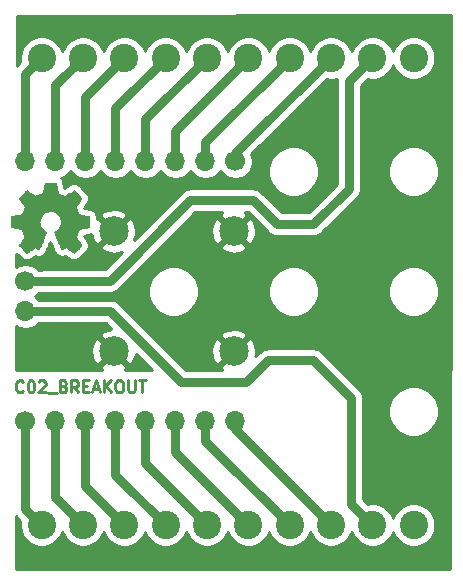
<source format=gbr>
G04 #@! TF.GenerationSoftware,KiCad,Pcbnew,5.1.5-52549c5~86~ubuntu18.04.1*
G04 #@! TF.CreationDate,2020-09-08T17:42:28-05:00*
G04 #@! TF.ProjectId,C02,4330322e-6b69-4636-9164-5f7063625858,rev?*
G04 #@! TF.SameCoordinates,Original*
G04 #@! TF.FileFunction,Copper,L1,Top*
G04 #@! TF.FilePolarity,Positive*
%FSLAX46Y46*%
G04 Gerber Fmt 4.6, Leading zero omitted, Abs format (unit mm)*
G04 Created by KiCad (PCBNEW 5.1.5-52549c5~86~ubuntu18.04.1) date 2020-09-08 17:42:28*
%MOMM*%
%LPD*%
G04 APERTURE LIST*
%ADD10C,0.250000*%
%ADD11C,0.010000*%
%ADD12O,1.700000X1.700000*%
%ADD13C,1.700000*%
%ADD14C,2.400000*%
%ADD15C,2.499360*%
%ADD16C,0.750000*%
%ADD17C,0.254000*%
G04 APERTURE END LIST*
D10*
X21227066Y-52579542D02*
X21179447Y-52627161D01*
X21036590Y-52674780D01*
X20941352Y-52674780D01*
X20798495Y-52627161D01*
X20703257Y-52531923D01*
X20655638Y-52436685D01*
X20608019Y-52246209D01*
X20608019Y-52103352D01*
X20655638Y-51912876D01*
X20703257Y-51817638D01*
X20798495Y-51722400D01*
X20941352Y-51674780D01*
X21036590Y-51674780D01*
X21179447Y-51722400D01*
X21227066Y-51770019D01*
X21846114Y-51674780D02*
X21941352Y-51674780D01*
X22036590Y-51722400D01*
X22084209Y-51770019D01*
X22131828Y-51865257D01*
X22179447Y-52055733D01*
X22179447Y-52293828D01*
X22131828Y-52484304D01*
X22084209Y-52579542D01*
X22036590Y-52627161D01*
X21941352Y-52674780D01*
X21846114Y-52674780D01*
X21750876Y-52627161D01*
X21703257Y-52579542D01*
X21655638Y-52484304D01*
X21608019Y-52293828D01*
X21608019Y-52055733D01*
X21655638Y-51865257D01*
X21703257Y-51770019D01*
X21750876Y-51722400D01*
X21846114Y-51674780D01*
X22560400Y-51770019D02*
X22608019Y-51722400D01*
X22703257Y-51674780D01*
X22941352Y-51674780D01*
X23036590Y-51722400D01*
X23084209Y-51770019D01*
X23131828Y-51865257D01*
X23131828Y-51960495D01*
X23084209Y-52103352D01*
X22512780Y-52674780D01*
X23131828Y-52674780D01*
X23322304Y-52770019D02*
X24084209Y-52770019D01*
X24655638Y-52150971D02*
X24798495Y-52198590D01*
X24846114Y-52246209D01*
X24893733Y-52341447D01*
X24893733Y-52484304D01*
X24846114Y-52579542D01*
X24798495Y-52627161D01*
X24703257Y-52674780D01*
X24322304Y-52674780D01*
X24322304Y-51674780D01*
X24655638Y-51674780D01*
X24750876Y-51722400D01*
X24798495Y-51770019D01*
X24846114Y-51865257D01*
X24846114Y-51960495D01*
X24798495Y-52055733D01*
X24750876Y-52103352D01*
X24655638Y-52150971D01*
X24322304Y-52150971D01*
X25893733Y-52674780D02*
X25560400Y-52198590D01*
X25322304Y-52674780D02*
X25322304Y-51674780D01*
X25703257Y-51674780D01*
X25798495Y-51722400D01*
X25846114Y-51770019D01*
X25893733Y-51865257D01*
X25893733Y-52008114D01*
X25846114Y-52103352D01*
X25798495Y-52150971D01*
X25703257Y-52198590D01*
X25322304Y-52198590D01*
X26322304Y-52150971D02*
X26655638Y-52150971D01*
X26798495Y-52674780D02*
X26322304Y-52674780D01*
X26322304Y-51674780D01*
X26798495Y-51674780D01*
X27179447Y-52389066D02*
X27655638Y-52389066D01*
X27084209Y-52674780D02*
X27417542Y-51674780D01*
X27750876Y-52674780D01*
X28084209Y-52674780D02*
X28084209Y-51674780D01*
X28655638Y-52674780D02*
X28227066Y-52103352D01*
X28655638Y-51674780D02*
X28084209Y-52246209D01*
X29274685Y-51674780D02*
X29465161Y-51674780D01*
X29560400Y-51722400D01*
X29655638Y-51817638D01*
X29703257Y-52008114D01*
X29703257Y-52341447D01*
X29655638Y-52531923D01*
X29560400Y-52627161D01*
X29465161Y-52674780D01*
X29274685Y-52674780D01*
X29179447Y-52627161D01*
X29084209Y-52531923D01*
X29036590Y-52341447D01*
X29036590Y-52008114D01*
X29084209Y-51817638D01*
X29179447Y-51722400D01*
X29274685Y-51674780D01*
X30131828Y-51674780D02*
X30131828Y-52484304D01*
X30179447Y-52579542D01*
X30227066Y-52627161D01*
X30322304Y-52674780D01*
X30512780Y-52674780D01*
X30608019Y-52627161D01*
X30655638Y-52579542D01*
X30703257Y-52484304D01*
X30703257Y-51674780D01*
X31036590Y-51674780D02*
X31608019Y-51674780D01*
X31322304Y-52674780D02*
X31322304Y-51674780D01*
D11*
G36*
X24076214Y-35391131D02*
G01*
X24160035Y-35835755D01*
X24469320Y-35963253D01*
X24778606Y-36090751D01*
X25149646Y-35838446D01*
X25253557Y-35768196D01*
X25347487Y-35705472D01*
X25427052Y-35653138D01*
X25487870Y-35614057D01*
X25525557Y-35591093D01*
X25535821Y-35586142D01*
X25554310Y-35598876D01*
X25593820Y-35634082D01*
X25649922Y-35687262D01*
X25718187Y-35753918D01*
X25794186Y-35829554D01*
X25873492Y-35909672D01*
X25951675Y-35989774D01*
X26024307Y-36065364D01*
X26086959Y-36131945D01*
X26135203Y-36185018D01*
X26164610Y-36220087D01*
X26171641Y-36231823D01*
X26161523Y-36253460D01*
X26133159Y-36300862D01*
X26089529Y-36369393D01*
X26033618Y-36454415D01*
X25968406Y-36551293D01*
X25930619Y-36606550D01*
X25861743Y-36707448D01*
X25800540Y-36798499D01*
X25749978Y-36875170D01*
X25713028Y-36932928D01*
X25692658Y-36967243D01*
X25689597Y-36974454D01*
X25696536Y-36994948D01*
X25715451Y-37042713D01*
X25743487Y-37111032D01*
X25777791Y-37193189D01*
X25815509Y-37282470D01*
X25853787Y-37372158D01*
X25889770Y-37455538D01*
X25920606Y-37525894D01*
X25943439Y-37576510D01*
X25955417Y-37600671D01*
X25956124Y-37601622D01*
X25974931Y-37606236D01*
X26025018Y-37616528D01*
X26101193Y-37631487D01*
X26198265Y-37650101D01*
X26311043Y-37671359D01*
X26376842Y-37683618D01*
X26497350Y-37706562D01*
X26606197Y-37728395D01*
X26697876Y-37747922D01*
X26766881Y-37763948D01*
X26807704Y-37775279D01*
X26815911Y-37778874D01*
X26823948Y-37803206D01*
X26830433Y-37858159D01*
X26835370Y-37937308D01*
X26838764Y-38034226D01*
X26840618Y-38142487D01*
X26840938Y-38255665D01*
X26839727Y-38367335D01*
X26836990Y-38471068D01*
X26832731Y-38560441D01*
X26826955Y-38629026D01*
X26819667Y-38670397D01*
X26815295Y-38679010D01*
X26789164Y-38689333D01*
X26733793Y-38704092D01*
X26656507Y-38721552D01*
X26564630Y-38739980D01*
X26532558Y-38745941D01*
X26377924Y-38774266D01*
X26255775Y-38797076D01*
X26162073Y-38815280D01*
X26092784Y-38829783D01*
X26043871Y-38841492D01*
X26011297Y-38851315D01*
X25991028Y-38860156D01*
X25979026Y-38868924D01*
X25977347Y-38870657D01*
X25960584Y-38898571D01*
X25935014Y-38952895D01*
X25903188Y-39026977D01*
X25867660Y-39114165D01*
X25830983Y-39207808D01*
X25795711Y-39301252D01*
X25764396Y-39387847D01*
X25739593Y-39460940D01*
X25723854Y-39513878D01*
X25719732Y-39540011D01*
X25720076Y-39540926D01*
X25734041Y-39562286D01*
X25765722Y-39609284D01*
X25811791Y-39677027D01*
X25868918Y-39760623D01*
X25933773Y-39855182D01*
X25952243Y-39882054D01*
X26018099Y-39979475D01*
X26076050Y-40068363D01*
X26122938Y-40143612D01*
X26155607Y-40200120D01*
X26170900Y-40232781D01*
X26171641Y-40236793D01*
X26158792Y-40257884D01*
X26123288Y-40299664D01*
X26069693Y-40357645D01*
X26002571Y-40427335D01*
X25926487Y-40504245D01*
X25846004Y-40583883D01*
X25765687Y-40661761D01*
X25690099Y-40733386D01*
X25623805Y-40794270D01*
X25571369Y-40839921D01*
X25537355Y-40865850D01*
X25527945Y-40870083D01*
X25506043Y-40860112D01*
X25461200Y-40833220D01*
X25400721Y-40793936D01*
X25354189Y-40762317D01*
X25269875Y-40704298D01*
X25170026Y-40635984D01*
X25069873Y-40567779D01*
X25016027Y-40531275D01*
X24833771Y-40408000D01*
X24680781Y-40490720D01*
X24611082Y-40526959D01*
X24551814Y-40555126D01*
X24511711Y-40571191D01*
X24501503Y-40573426D01*
X24489229Y-40556922D01*
X24465013Y-40510282D01*
X24430663Y-40437809D01*
X24387988Y-40343806D01*
X24338794Y-40232574D01*
X24284890Y-40108415D01*
X24228084Y-39975632D01*
X24170182Y-39838527D01*
X24112993Y-39701402D01*
X24058324Y-39568558D01*
X24007984Y-39444298D01*
X23963780Y-39332925D01*
X23927519Y-39238739D01*
X23901009Y-39166044D01*
X23886058Y-39119141D01*
X23883654Y-39103033D01*
X23902711Y-39082486D01*
X23944436Y-39049133D01*
X24000106Y-39009902D01*
X24004778Y-39006799D01*
X24148664Y-38891623D01*
X24264683Y-38757253D01*
X24351830Y-38607984D01*
X24409099Y-38448113D01*
X24435486Y-38281937D01*
X24429985Y-38113752D01*
X24391590Y-37947855D01*
X24319295Y-37788542D01*
X24298026Y-37753687D01*
X24187396Y-37612937D01*
X24056702Y-37499914D01*
X23910464Y-37415203D01*
X23753208Y-37359394D01*
X23589457Y-37333074D01*
X23423733Y-37336830D01*
X23260562Y-37371250D01*
X23104465Y-37436923D01*
X22959967Y-37534435D01*
X22915269Y-37574013D01*
X22801512Y-37697903D01*
X22718618Y-37828324D01*
X22661756Y-37974515D01*
X22630087Y-38119288D01*
X22622269Y-38282060D01*
X22648338Y-38445640D01*
X22705645Y-38604498D01*
X22791544Y-38753106D01*
X22903386Y-38885935D01*
X23038523Y-38997456D01*
X23056283Y-39009211D01*
X23112550Y-39047708D01*
X23155323Y-39081063D01*
X23175772Y-39102360D01*
X23176069Y-39103033D01*
X23171679Y-39126071D01*
X23154276Y-39178357D01*
X23125668Y-39255590D01*
X23087665Y-39353468D01*
X23042074Y-39467691D01*
X22990703Y-39593958D01*
X22935362Y-39727967D01*
X22877858Y-39865418D01*
X22820001Y-40002008D01*
X22763598Y-40133437D01*
X22710458Y-40255405D01*
X22662390Y-40363609D01*
X22621201Y-40453749D01*
X22588701Y-40521523D01*
X22566697Y-40562630D01*
X22557836Y-40573426D01*
X22530760Y-40565019D01*
X22480097Y-40542472D01*
X22414583Y-40509813D01*
X22378559Y-40490720D01*
X22225568Y-40408000D01*
X22043312Y-40531275D01*
X21950275Y-40594428D01*
X21848415Y-40663927D01*
X21752962Y-40729365D01*
X21705150Y-40762317D01*
X21637905Y-40807473D01*
X21580964Y-40843257D01*
X21541754Y-40865138D01*
X21529019Y-40869763D01*
X21510483Y-40857285D01*
X21469459Y-40822452D01*
X21409925Y-40768878D01*
X21335858Y-40700183D01*
X21251235Y-40619981D01*
X21197715Y-40568486D01*
X21104081Y-40476486D01*
X21023159Y-40394199D01*
X20958223Y-40325145D01*
X20912542Y-40272844D01*
X20889389Y-40240816D01*
X20887168Y-40234316D01*
X20897476Y-40209594D01*
X20925961Y-40159605D01*
X20969463Y-40089412D01*
X21024823Y-40004075D01*
X21088880Y-39908656D01*
X21107097Y-39882054D01*
X21173473Y-39785367D01*
X21233022Y-39698317D01*
X21282416Y-39625795D01*
X21318325Y-39572693D01*
X21337419Y-39543903D01*
X21339264Y-39540926D01*
X21336505Y-39517982D01*
X21321862Y-39467536D01*
X21297887Y-39396241D01*
X21267134Y-39310747D01*
X21232156Y-39217707D01*
X21195507Y-39123774D01*
X21159739Y-39035599D01*
X21127406Y-38959834D01*
X21101062Y-38903131D01*
X21083258Y-38872143D01*
X21081993Y-38870657D01*
X21071106Y-38861801D01*
X21052718Y-38853043D01*
X21022794Y-38843477D01*
X20977297Y-38832196D01*
X20912191Y-38818293D01*
X20823439Y-38800863D01*
X20707007Y-38778998D01*
X20558858Y-38751791D01*
X20526782Y-38745941D01*
X20431714Y-38727574D01*
X20348835Y-38709605D01*
X20285470Y-38693769D01*
X20248942Y-38681800D01*
X20244044Y-38679010D01*
X20235973Y-38654272D01*
X20229413Y-38598990D01*
X20224367Y-38519589D01*
X20220841Y-38422496D01*
X20218839Y-38314138D01*
X20218364Y-38200940D01*
X20219423Y-38089328D01*
X20222018Y-37985729D01*
X20226154Y-37896568D01*
X20231837Y-37828272D01*
X20239069Y-37787266D01*
X20243429Y-37778874D01*
X20267702Y-37770408D01*
X20322974Y-37756635D01*
X20403738Y-37738750D01*
X20504488Y-37717948D01*
X20619717Y-37695423D01*
X20682498Y-37683618D01*
X20801613Y-37661351D01*
X20907835Y-37641179D01*
X20995973Y-37624115D01*
X21060834Y-37611169D01*
X21097226Y-37603355D01*
X21103216Y-37601622D01*
X21113339Y-37582090D01*
X21134738Y-37535043D01*
X21164561Y-37467203D01*
X21199955Y-37385291D01*
X21238068Y-37296028D01*
X21276047Y-37206135D01*
X21311040Y-37122335D01*
X21340194Y-37051347D01*
X21360657Y-36999894D01*
X21369577Y-36974697D01*
X21369743Y-36973596D01*
X21359631Y-36953719D01*
X21331283Y-36907977D01*
X21287677Y-36840917D01*
X21231794Y-36757084D01*
X21166613Y-36661026D01*
X21128721Y-36605850D01*
X21059675Y-36504681D01*
X20998350Y-36412830D01*
X20947737Y-36334944D01*
X20910829Y-36275669D01*
X20890618Y-36239651D01*
X20887699Y-36231577D01*
X20900247Y-36212784D01*
X20934937Y-36172657D01*
X20987337Y-36115693D01*
X21053016Y-36046385D01*
X21127544Y-35969231D01*
X21206487Y-35888725D01*
X21285417Y-35809363D01*
X21359900Y-35735640D01*
X21425506Y-35672052D01*
X21477804Y-35623094D01*
X21512361Y-35593261D01*
X21523922Y-35586142D01*
X21542746Y-35596153D01*
X21587769Y-35624278D01*
X21654613Y-35667654D01*
X21738901Y-35723418D01*
X21836256Y-35788706D01*
X21909693Y-35838446D01*
X22280733Y-36090751D01*
X22899305Y-35835755D01*
X22983125Y-35391131D01*
X23066946Y-34946507D01*
X23992394Y-34946507D01*
X24076214Y-35391131D01*
G37*
X24076214Y-35391131D02*
X24160035Y-35835755D01*
X24469320Y-35963253D01*
X24778606Y-36090751D01*
X25149646Y-35838446D01*
X25253557Y-35768196D01*
X25347487Y-35705472D01*
X25427052Y-35653138D01*
X25487870Y-35614057D01*
X25525557Y-35591093D01*
X25535821Y-35586142D01*
X25554310Y-35598876D01*
X25593820Y-35634082D01*
X25649922Y-35687262D01*
X25718187Y-35753918D01*
X25794186Y-35829554D01*
X25873492Y-35909672D01*
X25951675Y-35989774D01*
X26024307Y-36065364D01*
X26086959Y-36131945D01*
X26135203Y-36185018D01*
X26164610Y-36220087D01*
X26171641Y-36231823D01*
X26161523Y-36253460D01*
X26133159Y-36300862D01*
X26089529Y-36369393D01*
X26033618Y-36454415D01*
X25968406Y-36551293D01*
X25930619Y-36606550D01*
X25861743Y-36707448D01*
X25800540Y-36798499D01*
X25749978Y-36875170D01*
X25713028Y-36932928D01*
X25692658Y-36967243D01*
X25689597Y-36974454D01*
X25696536Y-36994948D01*
X25715451Y-37042713D01*
X25743487Y-37111032D01*
X25777791Y-37193189D01*
X25815509Y-37282470D01*
X25853787Y-37372158D01*
X25889770Y-37455538D01*
X25920606Y-37525894D01*
X25943439Y-37576510D01*
X25955417Y-37600671D01*
X25956124Y-37601622D01*
X25974931Y-37606236D01*
X26025018Y-37616528D01*
X26101193Y-37631487D01*
X26198265Y-37650101D01*
X26311043Y-37671359D01*
X26376842Y-37683618D01*
X26497350Y-37706562D01*
X26606197Y-37728395D01*
X26697876Y-37747922D01*
X26766881Y-37763948D01*
X26807704Y-37775279D01*
X26815911Y-37778874D01*
X26823948Y-37803206D01*
X26830433Y-37858159D01*
X26835370Y-37937308D01*
X26838764Y-38034226D01*
X26840618Y-38142487D01*
X26840938Y-38255665D01*
X26839727Y-38367335D01*
X26836990Y-38471068D01*
X26832731Y-38560441D01*
X26826955Y-38629026D01*
X26819667Y-38670397D01*
X26815295Y-38679010D01*
X26789164Y-38689333D01*
X26733793Y-38704092D01*
X26656507Y-38721552D01*
X26564630Y-38739980D01*
X26532558Y-38745941D01*
X26377924Y-38774266D01*
X26255775Y-38797076D01*
X26162073Y-38815280D01*
X26092784Y-38829783D01*
X26043871Y-38841492D01*
X26011297Y-38851315D01*
X25991028Y-38860156D01*
X25979026Y-38868924D01*
X25977347Y-38870657D01*
X25960584Y-38898571D01*
X25935014Y-38952895D01*
X25903188Y-39026977D01*
X25867660Y-39114165D01*
X25830983Y-39207808D01*
X25795711Y-39301252D01*
X25764396Y-39387847D01*
X25739593Y-39460940D01*
X25723854Y-39513878D01*
X25719732Y-39540011D01*
X25720076Y-39540926D01*
X25734041Y-39562286D01*
X25765722Y-39609284D01*
X25811791Y-39677027D01*
X25868918Y-39760623D01*
X25933773Y-39855182D01*
X25952243Y-39882054D01*
X26018099Y-39979475D01*
X26076050Y-40068363D01*
X26122938Y-40143612D01*
X26155607Y-40200120D01*
X26170900Y-40232781D01*
X26171641Y-40236793D01*
X26158792Y-40257884D01*
X26123288Y-40299664D01*
X26069693Y-40357645D01*
X26002571Y-40427335D01*
X25926487Y-40504245D01*
X25846004Y-40583883D01*
X25765687Y-40661761D01*
X25690099Y-40733386D01*
X25623805Y-40794270D01*
X25571369Y-40839921D01*
X25537355Y-40865850D01*
X25527945Y-40870083D01*
X25506043Y-40860112D01*
X25461200Y-40833220D01*
X25400721Y-40793936D01*
X25354189Y-40762317D01*
X25269875Y-40704298D01*
X25170026Y-40635984D01*
X25069873Y-40567779D01*
X25016027Y-40531275D01*
X24833771Y-40408000D01*
X24680781Y-40490720D01*
X24611082Y-40526959D01*
X24551814Y-40555126D01*
X24511711Y-40571191D01*
X24501503Y-40573426D01*
X24489229Y-40556922D01*
X24465013Y-40510282D01*
X24430663Y-40437809D01*
X24387988Y-40343806D01*
X24338794Y-40232574D01*
X24284890Y-40108415D01*
X24228084Y-39975632D01*
X24170182Y-39838527D01*
X24112993Y-39701402D01*
X24058324Y-39568558D01*
X24007984Y-39444298D01*
X23963780Y-39332925D01*
X23927519Y-39238739D01*
X23901009Y-39166044D01*
X23886058Y-39119141D01*
X23883654Y-39103033D01*
X23902711Y-39082486D01*
X23944436Y-39049133D01*
X24000106Y-39009902D01*
X24004778Y-39006799D01*
X24148664Y-38891623D01*
X24264683Y-38757253D01*
X24351830Y-38607984D01*
X24409099Y-38448113D01*
X24435486Y-38281937D01*
X24429985Y-38113752D01*
X24391590Y-37947855D01*
X24319295Y-37788542D01*
X24298026Y-37753687D01*
X24187396Y-37612937D01*
X24056702Y-37499914D01*
X23910464Y-37415203D01*
X23753208Y-37359394D01*
X23589457Y-37333074D01*
X23423733Y-37336830D01*
X23260562Y-37371250D01*
X23104465Y-37436923D01*
X22959967Y-37534435D01*
X22915269Y-37574013D01*
X22801512Y-37697903D01*
X22718618Y-37828324D01*
X22661756Y-37974515D01*
X22630087Y-38119288D01*
X22622269Y-38282060D01*
X22648338Y-38445640D01*
X22705645Y-38604498D01*
X22791544Y-38753106D01*
X22903386Y-38885935D01*
X23038523Y-38997456D01*
X23056283Y-39009211D01*
X23112550Y-39047708D01*
X23155323Y-39081063D01*
X23175772Y-39102360D01*
X23176069Y-39103033D01*
X23171679Y-39126071D01*
X23154276Y-39178357D01*
X23125668Y-39255590D01*
X23087665Y-39353468D01*
X23042074Y-39467691D01*
X22990703Y-39593958D01*
X22935362Y-39727967D01*
X22877858Y-39865418D01*
X22820001Y-40002008D01*
X22763598Y-40133437D01*
X22710458Y-40255405D01*
X22662390Y-40363609D01*
X22621201Y-40453749D01*
X22588701Y-40521523D01*
X22566697Y-40562630D01*
X22557836Y-40573426D01*
X22530760Y-40565019D01*
X22480097Y-40542472D01*
X22414583Y-40509813D01*
X22378559Y-40490720D01*
X22225568Y-40408000D01*
X22043312Y-40531275D01*
X21950275Y-40594428D01*
X21848415Y-40663927D01*
X21752962Y-40729365D01*
X21705150Y-40762317D01*
X21637905Y-40807473D01*
X21580964Y-40843257D01*
X21541754Y-40865138D01*
X21529019Y-40869763D01*
X21510483Y-40857285D01*
X21469459Y-40822452D01*
X21409925Y-40768878D01*
X21335858Y-40700183D01*
X21251235Y-40619981D01*
X21197715Y-40568486D01*
X21104081Y-40476486D01*
X21023159Y-40394199D01*
X20958223Y-40325145D01*
X20912542Y-40272844D01*
X20889389Y-40240816D01*
X20887168Y-40234316D01*
X20897476Y-40209594D01*
X20925961Y-40159605D01*
X20969463Y-40089412D01*
X21024823Y-40004075D01*
X21088880Y-39908656D01*
X21107097Y-39882054D01*
X21173473Y-39785367D01*
X21233022Y-39698317D01*
X21282416Y-39625795D01*
X21318325Y-39572693D01*
X21337419Y-39543903D01*
X21339264Y-39540926D01*
X21336505Y-39517982D01*
X21321862Y-39467536D01*
X21297887Y-39396241D01*
X21267134Y-39310747D01*
X21232156Y-39217707D01*
X21195507Y-39123774D01*
X21159739Y-39035599D01*
X21127406Y-38959834D01*
X21101062Y-38903131D01*
X21083258Y-38872143D01*
X21081993Y-38870657D01*
X21071106Y-38861801D01*
X21052718Y-38853043D01*
X21022794Y-38843477D01*
X20977297Y-38832196D01*
X20912191Y-38818293D01*
X20823439Y-38800863D01*
X20707007Y-38778998D01*
X20558858Y-38751791D01*
X20526782Y-38745941D01*
X20431714Y-38727574D01*
X20348835Y-38709605D01*
X20285470Y-38693769D01*
X20248942Y-38681800D01*
X20244044Y-38679010D01*
X20235973Y-38654272D01*
X20229413Y-38598990D01*
X20224367Y-38519589D01*
X20220841Y-38422496D01*
X20218839Y-38314138D01*
X20218364Y-38200940D01*
X20219423Y-38089328D01*
X20222018Y-37985729D01*
X20226154Y-37896568D01*
X20231837Y-37828272D01*
X20239069Y-37787266D01*
X20243429Y-37778874D01*
X20267702Y-37770408D01*
X20322974Y-37756635D01*
X20403738Y-37738750D01*
X20504488Y-37717948D01*
X20619717Y-37695423D01*
X20682498Y-37683618D01*
X20801613Y-37661351D01*
X20907835Y-37641179D01*
X20995973Y-37624115D01*
X21060834Y-37611169D01*
X21097226Y-37603355D01*
X21103216Y-37601622D01*
X21113339Y-37582090D01*
X21134738Y-37535043D01*
X21164561Y-37467203D01*
X21199955Y-37385291D01*
X21238068Y-37296028D01*
X21276047Y-37206135D01*
X21311040Y-37122335D01*
X21340194Y-37051347D01*
X21360657Y-36999894D01*
X21369577Y-36974697D01*
X21369743Y-36973596D01*
X21359631Y-36953719D01*
X21331283Y-36907977D01*
X21287677Y-36840917D01*
X21231794Y-36757084D01*
X21166613Y-36661026D01*
X21128721Y-36605850D01*
X21059675Y-36504681D01*
X20998350Y-36412830D01*
X20947737Y-36334944D01*
X20910829Y-36275669D01*
X20890618Y-36239651D01*
X20887699Y-36231577D01*
X20900247Y-36212784D01*
X20934937Y-36172657D01*
X20987337Y-36115693D01*
X21053016Y-36046385D01*
X21127544Y-35969231D01*
X21206487Y-35888725D01*
X21285417Y-35809363D01*
X21359900Y-35735640D01*
X21425506Y-35672052D01*
X21477804Y-35623094D01*
X21512361Y-35593261D01*
X21523922Y-35586142D01*
X21542746Y-35596153D01*
X21587769Y-35624278D01*
X21654613Y-35667654D01*
X21738901Y-35723418D01*
X21836256Y-35788706D01*
X21909693Y-35838446D01*
X22280733Y-36090751D01*
X22899305Y-35835755D01*
X22983125Y-35391131D01*
X23066946Y-34946507D01*
X23992394Y-34946507D01*
X24076214Y-35391131D01*
D12*
X21437600Y-45830000D03*
D13*
X21437600Y-43290000D03*
D12*
X39217600Y-55130000D03*
X36677600Y-55130000D03*
X34137600Y-55130000D03*
X31597600Y-55130000D03*
X29057600Y-55130000D03*
X26517600Y-55130000D03*
X23977600Y-55130000D03*
D13*
X21437600Y-55130000D03*
D12*
X21437600Y-33130000D03*
X23977600Y-33130000D03*
X26517600Y-33130000D03*
X29057600Y-33130000D03*
X31597600Y-33130000D03*
X34137600Y-33130000D03*
X36677600Y-33130000D03*
D13*
X39217600Y-33130000D03*
D14*
X54305200Y-63901400D03*
X50805200Y-63901400D03*
X47305200Y-63901400D03*
X43805200Y-63901400D03*
X40305200Y-63901400D03*
X36805200Y-63901400D03*
X33305200Y-63901400D03*
X29805200Y-63901400D03*
X26305200Y-63901400D03*
X22805200Y-63901400D03*
X22805200Y-24358600D03*
X26305200Y-24358600D03*
X29805200Y-24358600D03*
X33305200Y-24358600D03*
X36805200Y-24358600D03*
X40305200Y-24358600D03*
X43805200Y-24358600D03*
X47305200Y-24358600D03*
X50805200Y-24358600D03*
X54305200Y-24358600D03*
D15*
X39050000Y-49210000D03*
X39050000Y-39050000D03*
X28890000Y-49210000D03*
X28890000Y-39050000D03*
D16*
X21437600Y-25726200D02*
X22805200Y-24358600D01*
X21437600Y-33130000D02*
X21437600Y-25726200D01*
X23977600Y-26686200D02*
X26305200Y-24358600D01*
X23977600Y-33130000D02*
X23977600Y-26686200D01*
X26517600Y-27646200D02*
X29805200Y-24358600D01*
X26517600Y-33130000D02*
X26517600Y-27646200D01*
X29057600Y-28606200D02*
X33305200Y-24358600D01*
X29057600Y-33130000D02*
X29057600Y-28606200D01*
X31597600Y-29566200D02*
X31597600Y-33130000D01*
X36805200Y-24358600D02*
X31597600Y-29566200D01*
X34137600Y-30526200D02*
X34137600Y-33130000D01*
X40305200Y-24358600D02*
X34137600Y-30526200D01*
X36677600Y-31486200D02*
X36677600Y-33130000D01*
X43805200Y-24358600D02*
X36677600Y-31486200D01*
X39217600Y-32446200D02*
X39217600Y-33130000D01*
X47305200Y-24358600D02*
X39217600Y-32446200D01*
X48818800Y-26345000D02*
X50805200Y-24358600D01*
X45821600Y-38455600D02*
X48818800Y-35458400D01*
X42697400Y-38455600D02*
X45821600Y-38455600D01*
X23037600Y-43290000D02*
X23071400Y-43256200D01*
X48818800Y-35458400D02*
X48818800Y-26345000D01*
X21437600Y-43290000D02*
X23037600Y-43290000D01*
X35407600Y-36423600D02*
X40665400Y-36423600D01*
X23071400Y-43256200D02*
X28575000Y-43256200D01*
X28575000Y-43256200D02*
X35407600Y-36423600D01*
X40665400Y-36423600D02*
X42697400Y-38455600D01*
X48996600Y-62092800D02*
X50805200Y-63901400D01*
X28634200Y-45830000D02*
X34620200Y-51816000D01*
X40132000Y-51816000D02*
X41986200Y-49961800D01*
X21437600Y-45830000D02*
X28634200Y-45830000D01*
X48996600Y-53136800D02*
X48996600Y-62092800D01*
X34620200Y-51816000D02*
X40132000Y-51816000D01*
X41986200Y-49961800D02*
X45821600Y-49961800D01*
X45821600Y-49961800D02*
X48996600Y-53136800D01*
X39217600Y-55813800D02*
X39217600Y-55130000D01*
X47305200Y-63901400D02*
X39217600Y-55813800D01*
X36677600Y-56773800D02*
X43805200Y-63901400D01*
X36677600Y-55130000D02*
X36677600Y-56773800D01*
X34137600Y-57733800D02*
X40305200Y-63901400D01*
X34137600Y-55130000D02*
X34137600Y-57733800D01*
X31597600Y-58693800D02*
X36805200Y-63901400D01*
X31597600Y-55130000D02*
X31597600Y-58693800D01*
X29057600Y-59653800D02*
X29057600Y-55130000D01*
X33305200Y-63901400D02*
X29057600Y-59653800D01*
X26517600Y-60613800D02*
X29805200Y-63901400D01*
X26517600Y-55130000D02*
X26517600Y-60613800D01*
X23977600Y-61573800D02*
X26305200Y-63901400D01*
X23977600Y-55130000D02*
X23977600Y-61573800D01*
X21437600Y-62533800D02*
X22805200Y-63901400D01*
X21437600Y-55130000D02*
X21437600Y-62533800D01*
D17*
G36*
X57440000Y-34373812D02*
G01*
X57404235Y-67600000D01*
X20660000Y-67600000D01*
X20660000Y-63178361D01*
X20719968Y-63251433D01*
X20758501Y-63283056D01*
X21007681Y-63532237D01*
X20970200Y-63720668D01*
X20970200Y-64082132D01*
X21040718Y-64436650D01*
X21179044Y-64770599D01*
X21379862Y-65071144D01*
X21635456Y-65326738D01*
X21936001Y-65527556D01*
X22269950Y-65665882D01*
X22624468Y-65736400D01*
X22985932Y-65736400D01*
X23340450Y-65665882D01*
X23674399Y-65527556D01*
X23974944Y-65326738D01*
X24230538Y-65071144D01*
X24431356Y-64770599D01*
X24555200Y-64471613D01*
X24679044Y-64770599D01*
X24879862Y-65071144D01*
X25135456Y-65326738D01*
X25436001Y-65527556D01*
X25769950Y-65665882D01*
X26124468Y-65736400D01*
X26485932Y-65736400D01*
X26840450Y-65665882D01*
X27174399Y-65527556D01*
X27474944Y-65326738D01*
X27730538Y-65071144D01*
X27931356Y-64770599D01*
X28055200Y-64471613D01*
X28179044Y-64770599D01*
X28379862Y-65071144D01*
X28635456Y-65326738D01*
X28936001Y-65527556D01*
X29269950Y-65665882D01*
X29624468Y-65736400D01*
X29985932Y-65736400D01*
X30340450Y-65665882D01*
X30674399Y-65527556D01*
X30974944Y-65326738D01*
X31230538Y-65071144D01*
X31431356Y-64770599D01*
X31555200Y-64471613D01*
X31679044Y-64770599D01*
X31879862Y-65071144D01*
X32135456Y-65326738D01*
X32436001Y-65527556D01*
X32769950Y-65665882D01*
X33124468Y-65736400D01*
X33485932Y-65736400D01*
X33840450Y-65665882D01*
X34174399Y-65527556D01*
X34474944Y-65326738D01*
X34730538Y-65071144D01*
X34931356Y-64770599D01*
X35055200Y-64471613D01*
X35179044Y-64770599D01*
X35379862Y-65071144D01*
X35635456Y-65326738D01*
X35936001Y-65527556D01*
X36269950Y-65665882D01*
X36624468Y-65736400D01*
X36985932Y-65736400D01*
X37340450Y-65665882D01*
X37674399Y-65527556D01*
X37974944Y-65326738D01*
X38230538Y-65071144D01*
X38431356Y-64770599D01*
X38555200Y-64471613D01*
X38679044Y-64770599D01*
X38879862Y-65071144D01*
X39135456Y-65326738D01*
X39436001Y-65527556D01*
X39769950Y-65665882D01*
X40124468Y-65736400D01*
X40485932Y-65736400D01*
X40840450Y-65665882D01*
X41174399Y-65527556D01*
X41474944Y-65326738D01*
X41730538Y-65071144D01*
X41931356Y-64770599D01*
X42055200Y-64471613D01*
X42179044Y-64770599D01*
X42379862Y-65071144D01*
X42635456Y-65326738D01*
X42936001Y-65527556D01*
X43269950Y-65665882D01*
X43624468Y-65736400D01*
X43985932Y-65736400D01*
X44340450Y-65665882D01*
X44674399Y-65527556D01*
X44974944Y-65326738D01*
X45230538Y-65071144D01*
X45431356Y-64770599D01*
X45555200Y-64471613D01*
X45679044Y-64770599D01*
X45879862Y-65071144D01*
X46135456Y-65326738D01*
X46436001Y-65527556D01*
X46769950Y-65665882D01*
X47124468Y-65736400D01*
X47485932Y-65736400D01*
X47840450Y-65665882D01*
X48174399Y-65527556D01*
X48474944Y-65326738D01*
X48730538Y-65071144D01*
X48931356Y-64770599D01*
X49055200Y-64471613D01*
X49179044Y-64770599D01*
X49379862Y-65071144D01*
X49635456Y-65326738D01*
X49936001Y-65527556D01*
X50269950Y-65665882D01*
X50624468Y-65736400D01*
X50985932Y-65736400D01*
X51340450Y-65665882D01*
X51674399Y-65527556D01*
X51974944Y-65326738D01*
X52230538Y-65071144D01*
X52431356Y-64770599D01*
X52555200Y-64471613D01*
X52679044Y-64770599D01*
X52879862Y-65071144D01*
X53135456Y-65326738D01*
X53436001Y-65527556D01*
X53769950Y-65665882D01*
X54124468Y-65736400D01*
X54485932Y-65736400D01*
X54840450Y-65665882D01*
X55174399Y-65527556D01*
X55474944Y-65326738D01*
X55730538Y-65071144D01*
X55931356Y-64770599D01*
X56069682Y-64436650D01*
X56140200Y-64082132D01*
X56140200Y-63720668D01*
X56069682Y-63366150D01*
X55931356Y-63032201D01*
X55730538Y-62731656D01*
X55474944Y-62476062D01*
X55174399Y-62275244D01*
X54840450Y-62136918D01*
X54485932Y-62066400D01*
X54124468Y-62066400D01*
X53769950Y-62136918D01*
X53436001Y-62275244D01*
X53135456Y-62476062D01*
X52879862Y-62731656D01*
X52679044Y-63032201D01*
X52555200Y-63331187D01*
X52431356Y-63032201D01*
X52230538Y-62731656D01*
X51974944Y-62476062D01*
X51674399Y-62275244D01*
X51340450Y-62136918D01*
X50985932Y-62066400D01*
X50624468Y-62066400D01*
X50436037Y-62103881D01*
X50006600Y-61674445D01*
X50006600Y-54079721D01*
X52155000Y-54079721D01*
X52155000Y-54500279D01*
X52237047Y-54912756D01*
X52397988Y-55301302D01*
X52631637Y-55650983D01*
X52929017Y-55948363D01*
X53278698Y-56182012D01*
X53667244Y-56342953D01*
X54079721Y-56425000D01*
X54500279Y-56425000D01*
X54912756Y-56342953D01*
X55301302Y-56182012D01*
X55650983Y-55948363D01*
X55948363Y-55650983D01*
X56182012Y-55301302D01*
X56342953Y-54912756D01*
X56425000Y-54500279D01*
X56425000Y-54079721D01*
X56342953Y-53667244D01*
X56182012Y-53278698D01*
X55948363Y-52929017D01*
X55650983Y-52631637D01*
X55301302Y-52397988D01*
X54912756Y-52237047D01*
X54500279Y-52155000D01*
X54079721Y-52155000D01*
X53667244Y-52237047D01*
X53278698Y-52397988D01*
X52929017Y-52631637D01*
X52631637Y-52929017D01*
X52397988Y-53278698D01*
X52237047Y-53667244D01*
X52155000Y-54079721D01*
X50006600Y-54079721D01*
X50006600Y-53186404D01*
X50011486Y-53136799D01*
X50006600Y-53087192D01*
X49991985Y-52938806D01*
X49934232Y-52748420D01*
X49840447Y-52572960D01*
X49714233Y-52419167D01*
X49675694Y-52387539D01*
X46570861Y-49282706D01*
X46539233Y-49244167D01*
X46385440Y-49117953D01*
X46209980Y-49024168D01*
X46019594Y-48966415D01*
X45871208Y-48951800D01*
X45821600Y-48946914D01*
X45771992Y-48951800D01*
X42035808Y-48951800D01*
X41986200Y-48946914D01*
X41788205Y-48966415D01*
X41597820Y-49024168D01*
X41422360Y-49117953D01*
X41268567Y-49244167D01*
X41236944Y-49282700D01*
X40888763Y-49630881D01*
X40916975Y-49527613D01*
X40943065Y-49157281D01*
X40896405Y-48788975D01*
X40778789Y-48436849D01*
X40653315Y-48202104D01*
X40363377Y-48076229D01*
X39229605Y-49210000D01*
X39243748Y-49224142D01*
X39064142Y-49403748D01*
X39050000Y-49389605D01*
X37916229Y-50523377D01*
X38038928Y-50806000D01*
X35038555Y-50806000D01*
X33495274Y-49262719D01*
X37156935Y-49262719D01*
X37203595Y-49631025D01*
X37321211Y-49983151D01*
X37446685Y-50217896D01*
X37736623Y-50343771D01*
X38870395Y-49210000D01*
X37736623Y-48076229D01*
X37446685Y-48202104D01*
X37280861Y-48534262D01*
X37183025Y-48892387D01*
X37156935Y-49262719D01*
X33495274Y-49262719D01*
X32129178Y-47896623D01*
X37916229Y-47896623D01*
X39050000Y-49030395D01*
X40183771Y-47896623D01*
X40057896Y-47606685D01*
X39725738Y-47440861D01*
X39367613Y-47343025D01*
X38997281Y-47316935D01*
X38628975Y-47363595D01*
X38276849Y-47481211D01*
X38042104Y-47606685D01*
X37916229Y-47896623D01*
X32129178Y-47896623D01*
X29383461Y-45150906D01*
X29351833Y-45112367D01*
X29198040Y-44986153D01*
X29022580Y-44892368D01*
X28832194Y-44834615D01*
X28683808Y-44820000D01*
X28634200Y-44815114D01*
X28584592Y-44820000D01*
X22527707Y-44820000D01*
X22384232Y-44676525D01*
X22209840Y-44560000D01*
X22384232Y-44443475D01*
X22527707Y-44300000D01*
X22987992Y-44300000D01*
X23037600Y-44304886D01*
X23235594Y-44285385D01*
X23298838Y-44266200D01*
X28525392Y-44266200D01*
X28575000Y-44271086D01*
X28772994Y-44251585D01*
X28851956Y-44227632D01*
X28963380Y-44193832D01*
X29138840Y-44100047D01*
X29292633Y-43973833D01*
X29324261Y-43935294D01*
X29339834Y-43919721D01*
X31835000Y-43919721D01*
X31835000Y-44340279D01*
X31917047Y-44752756D01*
X32077988Y-45141302D01*
X32311637Y-45490983D01*
X32609017Y-45788363D01*
X32958698Y-46022012D01*
X33347244Y-46182953D01*
X33759721Y-46265000D01*
X34180279Y-46265000D01*
X34592756Y-46182953D01*
X34981302Y-46022012D01*
X35330983Y-45788363D01*
X35628363Y-45490983D01*
X35862012Y-45141302D01*
X36022953Y-44752756D01*
X36105000Y-44340279D01*
X36105000Y-43919721D01*
X41995000Y-43919721D01*
X41995000Y-44340279D01*
X42077047Y-44752756D01*
X42237988Y-45141302D01*
X42471637Y-45490983D01*
X42769017Y-45788363D01*
X43118698Y-46022012D01*
X43507244Y-46182953D01*
X43919721Y-46265000D01*
X44340279Y-46265000D01*
X44752756Y-46182953D01*
X45141302Y-46022012D01*
X45490983Y-45788363D01*
X45788363Y-45490983D01*
X46022012Y-45141302D01*
X46182953Y-44752756D01*
X46265000Y-44340279D01*
X46265000Y-43919721D01*
X52155000Y-43919721D01*
X52155000Y-44340279D01*
X52237047Y-44752756D01*
X52397988Y-45141302D01*
X52631637Y-45490983D01*
X52929017Y-45788363D01*
X53278698Y-46022012D01*
X53667244Y-46182953D01*
X54079721Y-46265000D01*
X54500279Y-46265000D01*
X54912756Y-46182953D01*
X55301302Y-46022012D01*
X55650983Y-45788363D01*
X55948363Y-45490983D01*
X56182012Y-45141302D01*
X56342953Y-44752756D01*
X56425000Y-44340279D01*
X56425000Y-43919721D01*
X56342953Y-43507244D01*
X56182012Y-43118698D01*
X55948363Y-42769017D01*
X55650983Y-42471637D01*
X55301302Y-42237988D01*
X54912756Y-42077047D01*
X54500279Y-41995000D01*
X54079721Y-41995000D01*
X53667244Y-42077047D01*
X53278698Y-42237988D01*
X52929017Y-42471637D01*
X52631637Y-42769017D01*
X52397988Y-43118698D01*
X52237047Y-43507244D01*
X52155000Y-43919721D01*
X46265000Y-43919721D01*
X46182953Y-43507244D01*
X46022012Y-43118698D01*
X45788363Y-42769017D01*
X45490983Y-42471637D01*
X45141302Y-42237988D01*
X44752756Y-42077047D01*
X44340279Y-41995000D01*
X43919721Y-41995000D01*
X43507244Y-42077047D01*
X43118698Y-42237988D01*
X42769017Y-42471637D01*
X42471637Y-42769017D01*
X42237988Y-43118698D01*
X42077047Y-43507244D01*
X41995000Y-43919721D01*
X36105000Y-43919721D01*
X36022953Y-43507244D01*
X35862012Y-43118698D01*
X35628363Y-42769017D01*
X35330983Y-42471637D01*
X34981302Y-42237988D01*
X34592756Y-42077047D01*
X34180279Y-41995000D01*
X33759721Y-41995000D01*
X33347244Y-42077047D01*
X32958698Y-42237988D01*
X32609017Y-42471637D01*
X32311637Y-42769017D01*
X32077988Y-43118698D01*
X31917047Y-43507244D01*
X31835000Y-43919721D01*
X29339834Y-43919721D01*
X32896178Y-40363377D01*
X37916229Y-40363377D01*
X38042104Y-40653315D01*
X38374262Y-40819139D01*
X38732387Y-40916975D01*
X39102719Y-40943065D01*
X39471025Y-40896405D01*
X39823151Y-40778789D01*
X40057896Y-40653315D01*
X40183771Y-40363377D01*
X39050000Y-39229605D01*
X37916229Y-40363377D01*
X32896178Y-40363377D01*
X34156836Y-39102719D01*
X37156935Y-39102719D01*
X37203595Y-39471025D01*
X37321211Y-39823151D01*
X37446685Y-40057896D01*
X37736623Y-40183771D01*
X38870395Y-39050000D01*
X39229605Y-39050000D01*
X40363377Y-40183771D01*
X40653315Y-40057896D01*
X40819139Y-39725738D01*
X40916975Y-39367613D01*
X40943065Y-38997281D01*
X40896405Y-38628975D01*
X40778789Y-38276849D01*
X40653315Y-38042104D01*
X40363377Y-37916229D01*
X39229605Y-39050000D01*
X38870395Y-39050000D01*
X37736623Y-37916229D01*
X37446685Y-38042104D01*
X37280861Y-38374262D01*
X37183025Y-38732387D01*
X37156935Y-39102719D01*
X34156836Y-39102719D01*
X35825956Y-37433600D01*
X38066584Y-37433600D01*
X38042104Y-37446685D01*
X37916229Y-37736623D01*
X39050000Y-38870395D01*
X40183771Y-37736623D01*
X40057896Y-37446685D01*
X40031686Y-37433600D01*
X40247045Y-37433600D01*
X41948144Y-39134700D01*
X41979767Y-39173233D01*
X42133560Y-39299447D01*
X42308186Y-39392786D01*
X42309020Y-39393232D01*
X42499405Y-39450985D01*
X42616795Y-39462547D01*
X42644970Y-39465322D01*
X42697400Y-39470486D01*
X42747008Y-39465600D01*
X45771992Y-39465600D01*
X45821600Y-39470486D01*
X45874031Y-39465322D01*
X46019594Y-39450985D01*
X46209980Y-39393232D01*
X46385440Y-39299447D01*
X46539233Y-39173233D01*
X46570861Y-39134694D01*
X49497900Y-36207656D01*
X49536433Y-36176033D01*
X49662647Y-36022240D01*
X49756432Y-35846780D01*
X49763864Y-35822279D01*
X49814185Y-35656395D01*
X49833686Y-35458400D01*
X49828800Y-35408792D01*
X49828800Y-33759721D01*
X52155000Y-33759721D01*
X52155000Y-34180279D01*
X52237047Y-34592756D01*
X52397988Y-34981302D01*
X52631637Y-35330983D01*
X52929017Y-35628363D01*
X53278698Y-35862012D01*
X53667244Y-36022953D01*
X54079721Y-36105000D01*
X54500279Y-36105000D01*
X54912756Y-36022953D01*
X55301302Y-35862012D01*
X55650983Y-35628363D01*
X55948363Y-35330983D01*
X56182012Y-34981302D01*
X56342953Y-34592756D01*
X56425000Y-34180279D01*
X56425000Y-33759721D01*
X56342953Y-33347244D01*
X56182012Y-32958698D01*
X55948363Y-32609017D01*
X55650983Y-32311637D01*
X55301302Y-32077988D01*
X54912756Y-31917047D01*
X54500279Y-31835000D01*
X54079721Y-31835000D01*
X53667244Y-31917047D01*
X53278698Y-32077988D01*
X52929017Y-32311637D01*
X52631637Y-32609017D01*
X52397988Y-32958698D01*
X52237047Y-33347244D01*
X52155000Y-33759721D01*
X49828800Y-33759721D01*
X49828800Y-26763355D01*
X50436037Y-26156119D01*
X50624468Y-26193600D01*
X50985932Y-26193600D01*
X51340450Y-26123082D01*
X51674399Y-25984756D01*
X51974944Y-25783938D01*
X52230538Y-25528344D01*
X52431356Y-25227799D01*
X52555200Y-24928813D01*
X52679044Y-25227799D01*
X52879862Y-25528344D01*
X53135456Y-25783938D01*
X53436001Y-25984756D01*
X53769950Y-26123082D01*
X54124468Y-26193600D01*
X54485932Y-26193600D01*
X54840450Y-26123082D01*
X55174399Y-25984756D01*
X55474944Y-25783938D01*
X55730538Y-25528344D01*
X55931356Y-25227799D01*
X56069682Y-24893850D01*
X56140200Y-24539332D01*
X56140200Y-24177868D01*
X56069682Y-23823350D01*
X55931356Y-23489401D01*
X55730538Y-23188856D01*
X55474944Y-22933262D01*
X55174399Y-22732444D01*
X54840450Y-22594118D01*
X54485932Y-22523600D01*
X54124468Y-22523600D01*
X53769950Y-22594118D01*
X53436001Y-22732444D01*
X53135456Y-22933262D01*
X52879862Y-23188856D01*
X52679044Y-23489401D01*
X52555200Y-23788387D01*
X52431356Y-23489401D01*
X52230538Y-23188856D01*
X51974944Y-22933262D01*
X51674399Y-22732444D01*
X51340450Y-22594118D01*
X50985932Y-22523600D01*
X50624468Y-22523600D01*
X50269950Y-22594118D01*
X49936001Y-22732444D01*
X49635456Y-22933262D01*
X49379862Y-23188856D01*
X49179044Y-23489401D01*
X49055200Y-23788387D01*
X48931356Y-23489401D01*
X48730538Y-23188856D01*
X48474944Y-22933262D01*
X48174399Y-22732444D01*
X47840450Y-22594118D01*
X47485932Y-22523600D01*
X47124468Y-22523600D01*
X46769950Y-22594118D01*
X46436001Y-22732444D01*
X46135456Y-22933262D01*
X45879862Y-23188856D01*
X45679044Y-23489401D01*
X45555200Y-23788387D01*
X45431356Y-23489401D01*
X45230538Y-23188856D01*
X44974944Y-22933262D01*
X44674399Y-22732444D01*
X44340450Y-22594118D01*
X43985932Y-22523600D01*
X43624468Y-22523600D01*
X43269950Y-22594118D01*
X42936001Y-22732444D01*
X42635456Y-22933262D01*
X42379862Y-23188856D01*
X42179044Y-23489401D01*
X42055200Y-23788387D01*
X41931356Y-23489401D01*
X41730538Y-23188856D01*
X41474944Y-22933262D01*
X41174399Y-22732444D01*
X40840450Y-22594118D01*
X40485932Y-22523600D01*
X40124468Y-22523600D01*
X39769950Y-22594118D01*
X39436001Y-22732444D01*
X39135456Y-22933262D01*
X38879862Y-23188856D01*
X38679044Y-23489401D01*
X38555200Y-23788387D01*
X38431356Y-23489401D01*
X38230538Y-23188856D01*
X37974944Y-22933262D01*
X37674399Y-22732444D01*
X37340450Y-22594118D01*
X36985932Y-22523600D01*
X36624468Y-22523600D01*
X36269950Y-22594118D01*
X35936001Y-22732444D01*
X35635456Y-22933262D01*
X35379862Y-23188856D01*
X35179044Y-23489401D01*
X35055200Y-23788387D01*
X34931356Y-23489401D01*
X34730538Y-23188856D01*
X34474944Y-22933262D01*
X34174399Y-22732444D01*
X33840450Y-22594118D01*
X33485932Y-22523600D01*
X33124468Y-22523600D01*
X32769950Y-22594118D01*
X32436001Y-22732444D01*
X32135456Y-22933262D01*
X31879862Y-23188856D01*
X31679044Y-23489401D01*
X31555200Y-23788387D01*
X31431356Y-23489401D01*
X31230538Y-23188856D01*
X30974944Y-22933262D01*
X30674399Y-22732444D01*
X30340450Y-22594118D01*
X29985932Y-22523600D01*
X29624468Y-22523600D01*
X29269950Y-22594118D01*
X28936001Y-22732444D01*
X28635456Y-22933262D01*
X28379862Y-23188856D01*
X28179044Y-23489401D01*
X28055200Y-23788387D01*
X27931356Y-23489401D01*
X27730538Y-23188856D01*
X27474944Y-22933262D01*
X27174399Y-22732444D01*
X26840450Y-22594118D01*
X26485932Y-22523600D01*
X26124468Y-22523600D01*
X25769950Y-22594118D01*
X25436001Y-22732444D01*
X25135456Y-22933262D01*
X24879862Y-23188856D01*
X24679044Y-23489401D01*
X24555200Y-23788387D01*
X24431356Y-23489401D01*
X24230538Y-23188856D01*
X23974944Y-22933262D01*
X23674399Y-22732444D01*
X23340450Y-22594118D01*
X22985932Y-22523600D01*
X22624468Y-22523600D01*
X22269950Y-22594118D01*
X21936001Y-22732444D01*
X21635456Y-22933262D01*
X21379862Y-23188856D01*
X21179044Y-23489401D01*
X21040718Y-23823350D01*
X20970200Y-24177868D01*
X20970200Y-24539332D01*
X21007681Y-24727763D01*
X20758501Y-24976944D01*
X20719968Y-25008567D01*
X20719428Y-25009225D01*
X20750846Y-20853054D01*
X57440000Y-20752190D01*
X57440000Y-34373812D01*
G37*
X57440000Y-34373812D02*
X57404235Y-67600000D01*
X20660000Y-67600000D01*
X20660000Y-63178361D01*
X20719968Y-63251433D01*
X20758501Y-63283056D01*
X21007681Y-63532237D01*
X20970200Y-63720668D01*
X20970200Y-64082132D01*
X21040718Y-64436650D01*
X21179044Y-64770599D01*
X21379862Y-65071144D01*
X21635456Y-65326738D01*
X21936001Y-65527556D01*
X22269950Y-65665882D01*
X22624468Y-65736400D01*
X22985932Y-65736400D01*
X23340450Y-65665882D01*
X23674399Y-65527556D01*
X23974944Y-65326738D01*
X24230538Y-65071144D01*
X24431356Y-64770599D01*
X24555200Y-64471613D01*
X24679044Y-64770599D01*
X24879862Y-65071144D01*
X25135456Y-65326738D01*
X25436001Y-65527556D01*
X25769950Y-65665882D01*
X26124468Y-65736400D01*
X26485932Y-65736400D01*
X26840450Y-65665882D01*
X27174399Y-65527556D01*
X27474944Y-65326738D01*
X27730538Y-65071144D01*
X27931356Y-64770599D01*
X28055200Y-64471613D01*
X28179044Y-64770599D01*
X28379862Y-65071144D01*
X28635456Y-65326738D01*
X28936001Y-65527556D01*
X29269950Y-65665882D01*
X29624468Y-65736400D01*
X29985932Y-65736400D01*
X30340450Y-65665882D01*
X30674399Y-65527556D01*
X30974944Y-65326738D01*
X31230538Y-65071144D01*
X31431356Y-64770599D01*
X31555200Y-64471613D01*
X31679044Y-64770599D01*
X31879862Y-65071144D01*
X32135456Y-65326738D01*
X32436001Y-65527556D01*
X32769950Y-65665882D01*
X33124468Y-65736400D01*
X33485932Y-65736400D01*
X33840450Y-65665882D01*
X34174399Y-65527556D01*
X34474944Y-65326738D01*
X34730538Y-65071144D01*
X34931356Y-64770599D01*
X35055200Y-64471613D01*
X35179044Y-64770599D01*
X35379862Y-65071144D01*
X35635456Y-65326738D01*
X35936001Y-65527556D01*
X36269950Y-65665882D01*
X36624468Y-65736400D01*
X36985932Y-65736400D01*
X37340450Y-65665882D01*
X37674399Y-65527556D01*
X37974944Y-65326738D01*
X38230538Y-65071144D01*
X38431356Y-64770599D01*
X38555200Y-64471613D01*
X38679044Y-64770599D01*
X38879862Y-65071144D01*
X39135456Y-65326738D01*
X39436001Y-65527556D01*
X39769950Y-65665882D01*
X40124468Y-65736400D01*
X40485932Y-65736400D01*
X40840450Y-65665882D01*
X41174399Y-65527556D01*
X41474944Y-65326738D01*
X41730538Y-65071144D01*
X41931356Y-64770599D01*
X42055200Y-64471613D01*
X42179044Y-64770599D01*
X42379862Y-65071144D01*
X42635456Y-65326738D01*
X42936001Y-65527556D01*
X43269950Y-65665882D01*
X43624468Y-65736400D01*
X43985932Y-65736400D01*
X44340450Y-65665882D01*
X44674399Y-65527556D01*
X44974944Y-65326738D01*
X45230538Y-65071144D01*
X45431356Y-64770599D01*
X45555200Y-64471613D01*
X45679044Y-64770599D01*
X45879862Y-65071144D01*
X46135456Y-65326738D01*
X46436001Y-65527556D01*
X46769950Y-65665882D01*
X47124468Y-65736400D01*
X47485932Y-65736400D01*
X47840450Y-65665882D01*
X48174399Y-65527556D01*
X48474944Y-65326738D01*
X48730538Y-65071144D01*
X48931356Y-64770599D01*
X49055200Y-64471613D01*
X49179044Y-64770599D01*
X49379862Y-65071144D01*
X49635456Y-65326738D01*
X49936001Y-65527556D01*
X50269950Y-65665882D01*
X50624468Y-65736400D01*
X50985932Y-65736400D01*
X51340450Y-65665882D01*
X51674399Y-65527556D01*
X51974944Y-65326738D01*
X52230538Y-65071144D01*
X52431356Y-64770599D01*
X52555200Y-64471613D01*
X52679044Y-64770599D01*
X52879862Y-65071144D01*
X53135456Y-65326738D01*
X53436001Y-65527556D01*
X53769950Y-65665882D01*
X54124468Y-65736400D01*
X54485932Y-65736400D01*
X54840450Y-65665882D01*
X55174399Y-65527556D01*
X55474944Y-65326738D01*
X55730538Y-65071144D01*
X55931356Y-64770599D01*
X56069682Y-64436650D01*
X56140200Y-64082132D01*
X56140200Y-63720668D01*
X56069682Y-63366150D01*
X55931356Y-63032201D01*
X55730538Y-62731656D01*
X55474944Y-62476062D01*
X55174399Y-62275244D01*
X54840450Y-62136918D01*
X54485932Y-62066400D01*
X54124468Y-62066400D01*
X53769950Y-62136918D01*
X53436001Y-62275244D01*
X53135456Y-62476062D01*
X52879862Y-62731656D01*
X52679044Y-63032201D01*
X52555200Y-63331187D01*
X52431356Y-63032201D01*
X52230538Y-62731656D01*
X51974944Y-62476062D01*
X51674399Y-62275244D01*
X51340450Y-62136918D01*
X50985932Y-62066400D01*
X50624468Y-62066400D01*
X50436037Y-62103881D01*
X50006600Y-61674445D01*
X50006600Y-54079721D01*
X52155000Y-54079721D01*
X52155000Y-54500279D01*
X52237047Y-54912756D01*
X52397988Y-55301302D01*
X52631637Y-55650983D01*
X52929017Y-55948363D01*
X53278698Y-56182012D01*
X53667244Y-56342953D01*
X54079721Y-56425000D01*
X54500279Y-56425000D01*
X54912756Y-56342953D01*
X55301302Y-56182012D01*
X55650983Y-55948363D01*
X55948363Y-55650983D01*
X56182012Y-55301302D01*
X56342953Y-54912756D01*
X56425000Y-54500279D01*
X56425000Y-54079721D01*
X56342953Y-53667244D01*
X56182012Y-53278698D01*
X55948363Y-52929017D01*
X55650983Y-52631637D01*
X55301302Y-52397988D01*
X54912756Y-52237047D01*
X54500279Y-52155000D01*
X54079721Y-52155000D01*
X53667244Y-52237047D01*
X53278698Y-52397988D01*
X52929017Y-52631637D01*
X52631637Y-52929017D01*
X52397988Y-53278698D01*
X52237047Y-53667244D01*
X52155000Y-54079721D01*
X50006600Y-54079721D01*
X50006600Y-53186404D01*
X50011486Y-53136799D01*
X50006600Y-53087192D01*
X49991985Y-52938806D01*
X49934232Y-52748420D01*
X49840447Y-52572960D01*
X49714233Y-52419167D01*
X49675694Y-52387539D01*
X46570861Y-49282706D01*
X46539233Y-49244167D01*
X46385440Y-49117953D01*
X46209980Y-49024168D01*
X46019594Y-48966415D01*
X45871208Y-48951800D01*
X45821600Y-48946914D01*
X45771992Y-48951800D01*
X42035808Y-48951800D01*
X41986200Y-48946914D01*
X41788205Y-48966415D01*
X41597820Y-49024168D01*
X41422360Y-49117953D01*
X41268567Y-49244167D01*
X41236944Y-49282700D01*
X40888763Y-49630881D01*
X40916975Y-49527613D01*
X40943065Y-49157281D01*
X40896405Y-48788975D01*
X40778789Y-48436849D01*
X40653315Y-48202104D01*
X40363377Y-48076229D01*
X39229605Y-49210000D01*
X39243748Y-49224142D01*
X39064142Y-49403748D01*
X39050000Y-49389605D01*
X37916229Y-50523377D01*
X38038928Y-50806000D01*
X35038555Y-50806000D01*
X33495274Y-49262719D01*
X37156935Y-49262719D01*
X37203595Y-49631025D01*
X37321211Y-49983151D01*
X37446685Y-50217896D01*
X37736623Y-50343771D01*
X38870395Y-49210000D01*
X37736623Y-48076229D01*
X37446685Y-48202104D01*
X37280861Y-48534262D01*
X37183025Y-48892387D01*
X37156935Y-49262719D01*
X33495274Y-49262719D01*
X32129178Y-47896623D01*
X37916229Y-47896623D01*
X39050000Y-49030395D01*
X40183771Y-47896623D01*
X40057896Y-47606685D01*
X39725738Y-47440861D01*
X39367613Y-47343025D01*
X38997281Y-47316935D01*
X38628975Y-47363595D01*
X38276849Y-47481211D01*
X38042104Y-47606685D01*
X37916229Y-47896623D01*
X32129178Y-47896623D01*
X29383461Y-45150906D01*
X29351833Y-45112367D01*
X29198040Y-44986153D01*
X29022580Y-44892368D01*
X28832194Y-44834615D01*
X28683808Y-44820000D01*
X28634200Y-44815114D01*
X28584592Y-44820000D01*
X22527707Y-44820000D01*
X22384232Y-44676525D01*
X22209840Y-44560000D01*
X22384232Y-44443475D01*
X22527707Y-44300000D01*
X22987992Y-44300000D01*
X23037600Y-44304886D01*
X23235594Y-44285385D01*
X23298838Y-44266200D01*
X28525392Y-44266200D01*
X28575000Y-44271086D01*
X28772994Y-44251585D01*
X28851956Y-44227632D01*
X28963380Y-44193832D01*
X29138840Y-44100047D01*
X29292633Y-43973833D01*
X29324261Y-43935294D01*
X29339834Y-43919721D01*
X31835000Y-43919721D01*
X31835000Y-44340279D01*
X31917047Y-44752756D01*
X32077988Y-45141302D01*
X32311637Y-45490983D01*
X32609017Y-45788363D01*
X32958698Y-46022012D01*
X33347244Y-46182953D01*
X33759721Y-46265000D01*
X34180279Y-46265000D01*
X34592756Y-46182953D01*
X34981302Y-46022012D01*
X35330983Y-45788363D01*
X35628363Y-45490983D01*
X35862012Y-45141302D01*
X36022953Y-44752756D01*
X36105000Y-44340279D01*
X36105000Y-43919721D01*
X41995000Y-43919721D01*
X41995000Y-44340279D01*
X42077047Y-44752756D01*
X42237988Y-45141302D01*
X42471637Y-45490983D01*
X42769017Y-45788363D01*
X43118698Y-46022012D01*
X43507244Y-46182953D01*
X43919721Y-46265000D01*
X44340279Y-46265000D01*
X44752756Y-46182953D01*
X45141302Y-46022012D01*
X45490983Y-45788363D01*
X45788363Y-45490983D01*
X46022012Y-45141302D01*
X46182953Y-44752756D01*
X46265000Y-44340279D01*
X46265000Y-43919721D01*
X52155000Y-43919721D01*
X52155000Y-44340279D01*
X52237047Y-44752756D01*
X52397988Y-45141302D01*
X52631637Y-45490983D01*
X52929017Y-45788363D01*
X53278698Y-46022012D01*
X53667244Y-46182953D01*
X54079721Y-46265000D01*
X54500279Y-46265000D01*
X54912756Y-46182953D01*
X55301302Y-46022012D01*
X55650983Y-45788363D01*
X55948363Y-45490983D01*
X56182012Y-45141302D01*
X56342953Y-44752756D01*
X56425000Y-44340279D01*
X56425000Y-43919721D01*
X56342953Y-43507244D01*
X56182012Y-43118698D01*
X55948363Y-42769017D01*
X55650983Y-42471637D01*
X55301302Y-42237988D01*
X54912756Y-42077047D01*
X54500279Y-41995000D01*
X54079721Y-41995000D01*
X53667244Y-42077047D01*
X53278698Y-42237988D01*
X52929017Y-42471637D01*
X52631637Y-42769017D01*
X52397988Y-43118698D01*
X52237047Y-43507244D01*
X52155000Y-43919721D01*
X46265000Y-43919721D01*
X46182953Y-43507244D01*
X46022012Y-43118698D01*
X45788363Y-42769017D01*
X45490983Y-42471637D01*
X45141302Y-42237988D01*
X44752756Y-42077047D01*
X44340279Y-41995000D01*
X43919721Y-41995000D01*
X43507244Y-42077047D01*
X43118698Y-42237988D01*
X42769017Y-42471637D01*
X42471637Y-42769017D01*
X42237988Y-43118698D01*
X42077047Y-43507244D01*
X41995000Y-43919721D01*
X36105000Y-43919721D01*
X36022953Y-43507244D01*
X35862012Y-43118698D01*
X35628363Y-42769017D01*
X35330983Y-42471637D01*
X34981302Y-42237988D01*
X34592756Y-42077047D01*
X34180279Y-41995000D01*
X33759721Y-41995000D01*
X33347244Y-42077047D01*
X32958698Y-42237988D01*
X32609017Y-42471637D01*
X32311637Y-42769017D01*
X32077988Y-43118698D01*
X31917047Y-43507244D01*
X31835000Y-43919721D01*
X29339834Y-43919721D01*
X32896178Y-40363377D01*
X37916229Y-40363377D01*
X38042104Y-40653315D01*
X38374262Y-40819139D01*
X38732387Y-40916975D01*
X39102719Y-40943065D01*
X39471025Y-40896405D01*
X39823151Y-40778789D01*
X40057896Y-40653315D01*
X40183771Y-40363377D01*
X39050000Y-39229605D01*
X37916229Y-40363377D01*
X32896178Y-40363377D01*
X34156836Y-39102719D01*
X37156935Y-39102719D01*
X37203595Y-39471025D01*
X37321211Y-39823151D01*
X37446685Y-40057896D01*
X37736623Y-40183771D01*
X38870395Y-39050000D01*
X39229605Y-39050000D01*
X40363377Y-40183771D01*
X40653315Y-40057896D01*
X40819139Y-39725738D01*
X40916975Y-39367613D01*
X40943065Y-38997281D01*
X40896405Y-38628975D01*
X40778789Y-38276849D01*
X40653315Y-38042104D01*
X40363377Y-37916229D01*
X39229605Y-39050000D01*
X38870395Y-39050000D01*
X37736623Y-37916229D01*
X37446685Y-38042104D01*
X37280861Y-38374262D01*
X37183025Y-38732387D01*
X37156935Y-39102719D01*
X34156836Y-39102719D01*
X35825956Y-37433600D01*
X38066584Y-37433600D01*
X38042104Y-37446685D01*
X37916229Y-37736623D01*
X39050000Y-38870395D01*
X40183771Y-37736623D01*
X40057896Y-37446685D01*
X40031686Y-37433600D01*
X40247045Y-37433600D01*
X41948144Y-39134700D01*
X41979767Y-39173233D01*
X42133560Y-39299447D01*
X42308186Y-39392786D01*
X42309020Y-39393232D01*
X42499405Y-39450985D01*
X42616795Y-39462547D01*
X42644970Y-39465322D01*
X42697400Y-39470486D01*
X42747008Y-39465600D01*
X45771992Y-39465600D01*
X45821600Y-39470486D01*
X45874031Y-39465322D01*
X46019594Y-39450985D01*
X46209980Y-39393232D01*
X46385440Y-39299447D01*
X46539233Y-39173233D01*
X46570861Y-39134694D01*
X49497900Y-36207656D01*
X49536433Y-36176033D01*
X49662647Y-36022240D01*
X49756432Y-35846780D01*
X49763864Y-35822279D01*
X49814185Y-35656395D01*
X49833686Y-35458400D01*
X49828800Y-35408792D01*
X49828800Y-33759721D01*
X52155000Y-33759721D01*
X52155000Y-34180279D01*
X52237047Y-34592756D01*
X52397988Y-34981302D01*
X52631637Y-35330983D01*
X52929017Y-35628363D01*
X53278698Y-35862012D01*
X53667244Y-36022953D01*
X54079721Y-36105000D01*
X54500279Y-36105000D01*
X54912756Y-36022953D01*
X55301302Y-35862012D01*
X55650983Y-35628363D01*
X55948363Y-35330983D01*
X56182012Y-34981302D01*
X56342953Y-34592756D01*
X56425000Y-34180279D01*
X56425000Y-33759721D01*
X56342953Y-33347244D01*
X56182012Y-32958698D01*
X55948363Y-32609017D01*
X55650983Y-32311637D01*
X55301302Y-32077988D01*
X54912756Y-31917047D01*
X54500279Y-31835000D01*
X54079721Y-31835000D01*
X53667244Y-31917047D01*
X53278698Y-32077988D01*
X52929017Y-32311637D01*
X52631637Y-32609017D01*
X52397988Y-32958698D01*
X52237047Y-33347244D01*
X52155000Y-33759721D01*
X49828800Y-33759721D01*
X49828800Y-26763355D01*
X50436037Y-26156119D01*
X50624468Y-26193600D01*
X50985932Y-26193600D01*
X51340450Y-26123082D01*
X51674399Y-25984756D01*
X51974944Y-25783938D01*
X52230538Y-25528344D01*
X52431356Y-25227799D01*
X52555200Y-24928813D01*
X52679044Y-25227799D01*
X52879862Y-25528344D01*
X53135456Y-25783938D01*
X53436001Y-25984756D01*
X53769950Y-26123082D01*
X54124468Y-26193600D01*
X54485932Y-26193600D01*
X54840450Y-26123082D01*
X55174399Y-25984756D01*
X55474944Y-25783938D01*
X55730538Y-25528344D01*
X55931356Y-25227799D01*
X56069682Y-24893850D01*
X56140200Y-24539332D01*
X56140200Y-24177868D01*
X56069682Y-23823350D01*
X55931356Y-23489401D01*
X55730538Y-23188856D01*
X55474944Y-22933262D01*
X55174399Y-22732444D01*
X54840450Y-22594118D01*
X54485932Y-22523600D01*
X54124468Y-22523600D01*
X53769950Y-22594118D01*
X53436001Y-22732444D01*
X53135456Y-22933262D01*
X52879862Y-23188856D01*
X52679044Y-23489401D01*
X52555200Y-23788387D01*
X52431356Y-23489401D01*
X52230538Y-23188856D01*
X51974944Y-22933262D01*
X51674399Y-22732444D01*
X51340450Y-22594118D01*
X50985932Y-22523600D01*
X50624468Y-22523600D01*
X50269950Y-22594118D01*
X49936001Y-22732444D01*
X49635456Y-22933262D01*
X49379862Y-23188856D01*
X49179044Y-23489401D01*
X49055200Y-23788387D01*
X48931356Y-23489401D01*
X48730538Y-23188856D01*
X48474944Y-22933262D01*
X48174399Y-22732444D01*
X47840450Y-22594118D01*
X47485932Y-22523600D01*
X47124468Y-22523600D01*
X46769950Y-22594118D01*
X46436001Y-22732444D01*
X46135456Y-22933262D01*
X45879862Y-23188856D01*
X45679044Y-23489401D01*
X45555200Y-23788387D01*
X45431356Y-23489401D01*
X45230538Y-23188856D01*
X44974944Y-22933262D01*
X44674399Y-22732444D01*
X44340450Y-22594118D01*
X43985932Y-22523600D01*
X43624468Y-22523600D01*
X43269950Y-22594118D01*
X42936001Y-22732444D01*
X42635456Y-22933262D01*
X42379862Y-23188856D01*
X42179044Y-23489401D01*
X42055200Y-23788387D01*
X41931356Y-23489401D01*
X41730538Y-23188856D01*
X41474944Y-22933262D01*
X41174399Y-22732444D01*
X40840450Y-22594118D01*
X40485932Y-22523600D01*
X40124468Y-22523600D01*
X39769950Y-22594118D01*
X39436001Y-22732444D01*
X39135456Y-22933262D01*
X38879862Y-23188856D01*
X38679044Y-23489401D01*
X38555200Y-23788387D01*
X38431356Y-23489401D01*
X38230538Y-23188856D01*
X37974944Y-22933262D01*
X37674399Y-22732444D01*
X37340450Y-22594118D01*
X36985932Y-22523600D01*
X36624468Y-22523600D01*
X36269950Y-22594118D01*
X35936001Y-22732444D01*
X35635456Y-22933262D01*
X35379862Y-23188856D01*
X35179044Y-23489401D01*
X35055200Y-23788387D01*
X34931356Y-23489401D01*
X34730538Y-23188856D01*
X34474944Y-22933262D01*
X34174399Y-22732444D01*
X33840450Y-22594118D01*
X33485932Y-22523600D01*
X33124468Y-22523600D01*
X32769950Y-22594118D01*
X32436001Y-22732444D01*
X32135456Y-22933262D01*
X31879862Y-23188856D01*
X31679044Y-23489401D01*
X31555200Y-23788387D01*
X31431356Y-23489401D01*
X31230538Y-23188856D01*
X30974944Y-22933262D01*
X30674399Y-22732444D01*
X30340450Y-22594118D01*
X29985932Y-22523600D01*
X29624468Y-22523600D01*
X29269950Y-22594118D01*
X28936001Y-22732444D01*
X28635456Y-22933262D01*
X28379862Y-23188856D01*
X28179044Y-23489401D01*
X28055200Y-23788387D01*
X27931356Y-23489401D01*
X27730538Y-23188856D01*
X27474944Y-22933262D01*
X27174399Y-22732444D01*
X26840450Y-22594118D01*
X26485932Y-22523600D01*
X26124468Y-22523600D01*
X25769950Y-22594118D01*
X25436001Y-22732444D01*
X25135456Y-22933262D01*
X24879862Y-23188856D01*
X24679044Y-23489401D01*
X24555200Y-23788387D01*
X24431356Y-23489401D01*
X24230538Y-23188856D01*
X23974944Y-22933262D01*
X23674399Y-22732444D01*
X23340450Y-22594118D01*
X22985932Y-22523600D01*
X22624468Y-22523600D01*
X22269950Y-22594118D01*
X21936001Y-22732444D01*
X21635456Y-22933262D01*
X21379862Y-23188856D01*
X21179044Y-23489401D01*
X21040718Y-23823350D01*
X20970200Y-24177868D01*
X20970200Y-24539332D01*
X21007681Y-24727763D01*
X20758501Y-24976944D01*
X20719968Y-25008567D01*
X20719428Y-25009225D01*
X20750846Y-20853054D01*
X57440000Y-20752190D01*
X57440000Y-34373812D01*
G36*
X28709028Y-47333183D02*
G01*
X28468975Y-47363595D01*
X28116849Y-47481211D01*
X27882104Y-47606685D01*
X27756229Y-47896623D01*
X28890000Y-49030395D01*
X28904143Y-49016253D01*
X29083748Y-49195858D01*
X29069605Y-49210000D01*
X30203377Y-50343771D01*
X30493315Y-50217896D01*
X30659139Y-49885738D01*
X30756975Y-49527613D01*
X30766616Y-49390771D01*
X32180745Y-50804900D01*
X29901549Y-50804900D01*
X30023771Y-50523377D01*
X28890000Y-49389605D01*
X27756229Y-50523377D01*
X27878451Y-50804900D01*
X20660000Y-50804900D01*
X20660000Y-49262719D01*
X26996935Y-49262719D01*
X27043595Y-49631025D01*
X27161211Y-49983151D01*
X27286685Y-50217896D01*
X27576623Y-50343771D01*
X28710395Y-49210000D01*
X27576623Y-48076229D01*
X27286685Y-48202104D01*
X27120861Y-48534262D01*
X27023025Y-48892387D01*
X26996935Y-49262719D01*
X20660000Y-49262719D01*
X20660000Y-47096419D01*
X20734189Y-47145990D01*
X21004442Y-47257932D01*
X21291340Y-47315000D01*
X21583860Y-47315000D01*
X21870758Y-47257932D01*
X22141011Y-47145990D01*
X22384232Y-46983475D01*
X22527707Y-46840000D01*
X28215845Y-46840000D01*
X28709028Y-47333183D01*
G37*
X28709028Y-47333183D02*
X28468975Y-47363595D01*
X28116849Y-47481211D01*
X27882104Y-47606685D01*
X27756229Y-47896623D01*
X28890000Y-49030395D01*
X28904143Y-49016253D01*
X29083748Y-49195858D01*
X29069605Y-49210000D01*
X30203377Y-50343771D01*
X30493315Y-50217896D01*
X30659139Y-49885738D01*
X30756975Y-49527613D01*
X30766616Y-49390771D01*
X32180745Y-50804900D01*
X29901549Y-50804900D01*
X30023771Y-50523377D01*
X28890000Y-49389605D01*
X27756229Y-50523377D01*
X27878451Y-50804900D01*
X20660000Y-50804900D01*
X20660000Y-49262719D01*
X26996935Y-49262719D01*
X27043595Y-49631025D01*
X27161211Y-49983151D01*
X27286685Y-50217896D01*
X27576623Y-50343771D01*
X28710395Y-49210000D01*
X27576623Y-48076229D01*
X27286685Y-48202104D01*
X27120861Y-48534262D01*
X27023025Y-48892387D01*
X26996935Y-49262719D01*
X20660000Y-49262719D01*
X20660000Y-47096419D01*
X20734189Y-47145990D01*
X21004442Y-47257932D01*
X21291340Y-47315000D01*
X21583860Y-47315000D01*
X21870758Y-47257932D01*
X22141011Y-47145990D01*
X22384232Y-46983475D01*
X22527707Y-46840000D01*
X28215845Y-46840000D01*
X28709028Y-47333183D01*
G36*
X47823415Y-26147006D02*
G01*
X47803914Y-26345000D01*
X47808801Y-26394618D01*
X47808800Y-35040044D01*
X45403245Y-37445600D01*
X43115756Y-37445600D01*
X41414661Y-35744506D01*
X41383033Y-35705967D01*
X41229240Y-35579753D01*
X41053780Y-35485968D01*
X40863394Y-35428215D01*
X40715008Y-35413600D01*
X40665400Y-35408714D01*
X40615792Y-35413600D01*
X35457208Y-35413600D01*
X35407600Y-35408714D01*
X35209605Y-35428215D01*
X35031397Y-35482274D01*
X35019220Y-35485968D01*
X34843760Y-35579753D01*
X34689967Y-35705967D01*
X34658344Y-35744500D01*
X30641226Y-39761618D01*
X30659139Y-39725738D01*
X30756975Y-39367613D01*
X30783065Y-38997281D01*
X30736405Y-38628975D01*
X30618789Y-38276849D01*
X30493315Y-38042104D01*
X30203377Y-37916229D01*
X29069605Y-39050000D01*
X29083748Y-39064142D01*
X28904142Y-39243748D01*
X28890000Y-39229605D01*
X27756229Y-40363377D01*
X27882104Y-40653315D01*
X28214262Y-40819139D01*
X28572387Y-40916975D01*
X28942719Y-40943065D01*
X29311025Y-40896405D01*
X29604448Y-40798397D01*
X28156645Y-42246200D01*
X23121004Y-42246200D01*
X23071399Y-42241314D01*
X23021794Y-42246200D01*
X23021792Y-42246200D01*
X22873406Y-42260815D01*
X22810162Y-42280000D01*
X22527707Y-42280000D01*
X22384232Y-42136525D01*
X22141011Y-41974010D01*
X21870758Y-41862068D01*
X21583860Y-41805000D01*
X21291340Y-41805000D01*
X21004442Y-41862068D01*
X20734189Y-41974010D01*
X20660000Y-42023581D01*
X20660000Y-40937389D01*
X20749167Y-41025000D01*
X20749262Y-41025076D01*
X20753976Y-41029675D01*
X20807496Y-41081170D01*
X20807614Y-41081263D01*
X20810983Y-41084501D01*
X20895607Y-41164703D01*
X20895697Y-41164773D01*
X20900647Y-41169428D01*
X20974713Y-41238123D01*
X20974987Y-41238332D01*
X20975216Y-41238589D01*
X20981817Y-41244612D01*
X21041350Y-41298186D01*
X21045184Y-41301011D01*
X21048451Y-41304482D01*
X21055222Y-41310313D01*
X21096246Y-41345145D01*
X21121907Y-41362936D01*
X21145708Y-41383155D01*
X21153086Y-41388197D01*
X21171622Y-41400675D01*
X21192887Y-41412148D01*
X21198895Y-41416313D01*
X21207781Y-41420183D01*
X21212430Y-41422691D01*
X21252077Y-41446741D01*
X21267299Y-41452293D01*
X21281550Y-41459982D01*
X21325851Y-41473651D01*
X21369421Y-41489544D01*
X21385426Y-41492033D01*
X21400904Y-41496809D01*
X21447028Y-41501614D01*
X21492843Y-41508740D01*
X21509024Y-41508073D01*
X21525138Y-41509752D01*
X21571325Y-41505506D01*
X21617643Y-41503597D01*
X21633386Y-41499800D01*
X21649519Y-41498317D01*
X21693997Y-41485182D01*
X21722794Y-41478237D01*
X21730618Y-41476636D01*
X21732221Y-41475963D01*
X21739068Y-41474312D01*
X21747488Y-41471320D01*
X21760223Y-41466695D01*
X21766073Y-41463897D01*
X21769311Y-41462941D01*
X21782274Y-41456149D01*
X21802532Y-41446461D01*
X21845795Y-41428307D01*
X21853629Y-41424007D01*
X21892839Y-41402126D01*
X21902886Y-41395153D01*
X21913904Y-41389839D01*
X21921503Y-41385136D01*
X21978444Y-41349352D01*
X21982586Y-41346145D01*
X21987241Y-41343724D01*
X21994694Y-41338793D01*
X22061940Y-41293637D01*
X22062002Y-41293586D01*
X22068336Y-41289285D01*
X22115688Y-41256651D01*
X22209672Y-41192220D01*
X22271488Y-41150043D01*
X22302040Y-41160201D01*
X22332464Y-41173525D01*
X22340980Y-41176234D01*
X22368056Y-41184641D01*
X22387769Y-41188705D01*
X22389068Y-41189137D01*
X22391118Y-41189396D01*
X22428574Y-41197118D01*
X22488960Y-41209709D01*
X22489682Y-41209716D01*
X22490389Y-41209862D01*
X22551761Y-41210343D01*
X22613860Y-41210970D01*
X22614578Y-41210835D01*
X22615291Y-41210841D01*
X22675566Y-41199397D01*
X22736626Y-41187946D01*
X22737297Y-41187678D01*
X22738005Y-41187543D01*
X22795110Y-41164528D01*
X22852582Y-41141515D01*
X22853190Y-41141120D01*
X22853857Y-41140851D01*
X22905434Y-41107163D01*
X22957311Y-41073445D01*
X22957829Y-41072941D01*
X22958432Y-41072547D01*
X23002311Y-41029652D01*
X23046824Y-40986332D01*
X23047699Y-40985281D01*
X23047749Y-40985232D01*
X23047793Y-40985168D01*
X23052541Y-40979464D01*
X23061402Y-40968668D01*
X23093700Y-40920381D01*
X23126673Y-40872513D01*
X23130841Y-40864854D01*
X23130847Y-40864846D01*
X23130850Y-40864838D01*
X23130945Y-40864664D01*
X23152949Y-40823557D01*
X23156690Y-40814552D01*
X23161861Y-40806283D01*
X23165780Y-40798253D01*
X23198281Y-40730478D01*
X23198783Y-40729101D01*
X23199538Y-40727842D01*
X23203308Y-40719740D01*
X23244497Y-40629600D01*
X23244536Y-40629488D01*
X23247275Y-40623435D01*
X23295343Y-40515232D01*
X23295395Y-40515074D01*
X23297188Y-40511036D01*
X23350329Y-40389068D01*
X23350376Y-40388922D01*
X23351727Y-40385834D01*
X23408130Y-40254404D01*
X23408171Y-40254276D01*
X23409313Y-40251630D01*
X23467170Y-40115040D01*
X23467209Y-40114915D01*
X23468272Y-40112423D01*
X23525776Y-39974972D01*
X23525815Y-39974844D01*
X23526906Y-39972254D01*
X23529701Y-39965485D01*
X23579495Y-40084878D01*
X23579560Y-40084999D01*
X23580603Y-40087517D01*
X23638505Y-40224622D01*
X23638567Y-40224737D01*
X23639669Y-40227362D01*
X23696475Y-40360145D01*
X23696546Y-40360274D01*
X23697830Y-40363289D01*
X23751734Y-40487447D01*
X23751808Y-40487581D01*
X23753482Y-40491437D01*
X23802676Y-40602669D01*
X23802744Y-40602789D01*
X23805228Y-40608364D01*
X23847903Y-40702367D01*
X23848301Y-40703057D01*
X23848563Y-40703818D01*
X23852335Y-40711919D01*
X23886685Y-40784392D01*
X23890371Y-40790537D01*
X23892948Y-40797236D01*
X23897011Y-40805195D01*
X23921227Y-40851835D01*
X23946787Y-40891136D01*
X23970397Y-40931640D01*
X23975680Y-40938848D01*
X23987954Y-40955352D01*
X24021379Y-40992165D01*
X24053318Y-41030296D01*
X24063303Y-41038338D01*
X24071918Y-41047827D01*
X24111852Y-41077444D01*
X24150593Y-41108648D01*
X24161952Y-41114599D01*
X24172244Y-41122232D01*
X24217175Y-41143531D01*
X24261235Y-41166614D01*
X24273527Y-41170244D01*
X24285112Y-41175735D01*
X24333336Y-41187903D01*
X24381028Y-41201985D01*
X24393793Y-41203158D01*
X24406222Y-41206294D01*
X24455892Y-41208864D01*
X24505411Y-41213414D01*
X24518158Y-41212086D01*
X24530961Y-41212748D01*
X24580178Y-41205622D01*
X24606975Y-41202829D01*
X24620983Y-41201793D01*
X24623448Y-41201113D01*
X24629643Y-41200467D01*
X24638386Y-41198616D01*
X24648594Y-41196381D01*
X24652303Y-41195179D01*
X24654578Y-41194850D01*
X24668655Y-41189882D01*
X24694674Y-41181453D01*
X24741387Y-41168560D01*
X24749705Y-41165294D01*
X24787832Y-41150020D01*
X24809264Y-41164616D01*
X24907696Y-41231960D01*
X24991385Y-41289549D01*
X24991521Y-41289624D01*
X24994488Y-41291670D01*
X25041019Y-41323289D01*
X25042944Y-41324338D01*
X25044639Y-41325731D01*
X25052099Y-41330651D01*
X25112578Y-41369935D01*
X25118822Y-41373172D01*
X25124415Y-41377441D01*
X25132047Y-41382090D01*
X25176890Y-41408982D01*
X25205539Y-41422555D01*
X25232759Y-41438832D01*
X25240867Y-41442591D01*
X25262769Y-41452562D01*
X25279178Y-41458173D01*
X25294633Y-41466041D01*
X25338160Y-41478341D01*
X25380956Y-41492975D01*
X25398143Y-41495292D01*
X25414832Y-41500008D01*
X25459924Y-41503620D01*
X25504743Y-41509662D01*
X25522049Y-41508597D01*
X25539340Y-41509982D01*
X25584263Y-41504768D01*
X25629413Y-41501989D01*
X25646193Y-41497580D01*
X25663413Y-41495581D01*
X25689984Y-41487040D01*
X25693468Y-41486518D01*
X25707694Y-41481419D01*
X25750218Y-41470245D01*
X25765813Y-41462665D01*
X25782326Y-41457357D01*
X25790501Y-41453748D01*
X25799911Y-41449515D01*
X25805259Y-41446450D01*
X25811050Y-41444374D01*
X25843805Y-41424756D01*
X25862557Y-41415642D01*
X25873631Y-41407260D01*
X25908278Y-41387401D01*
X25912922Y-41383362D01*
X25918207Y-41380196D01*
X25925351Y-41374828D01*
X25959365Y-41348899D01*
X25971354Y-41337751D01*
X25984828Y-41328441D01*
X25991609Y-41322620D01*
X26044045Y-41276969D01*
X26046821Y-41274030D01*
X26050087Y-41271642D01*
X26056711Y-41265643D01*
X26123005Y-41204759D01*
X26123355Y-41204368D01*
X26123776Y-41204050D01*
X26130305Y-41197949D01*
X26205893Y-41126324D01*
X26205954Y-41126254D01*
X26211205Y-41121232D01*
X26291522Y-41043354D01*
X26291607Y-41043254D01*
X26296158Y-41038813D01*
X26376641Y-40959175D01*
X26376715Y-40959086D01*
X26381472Y-40954344D01*
X26457283Y-40877709D01*
X26457289Y-40877704D01*
X26457373Y-40877617D01*
X26457556Y-40877433D01*
X26457567Y-40877419D01*
X26463533Y-40871311D01*
X26530655Y-40801620D01*
X26531960Y-40799969D01*
X26533557Y-40798588D01*
X26539668Y-40792068D01*
X26593263Y-40734087D01*
X26598649Y-40726978D01*
X26605147Y-40720867D01*
X26610981Y-40714098D01*
X26646485Y-40672318D01*
X26672605Y-40634677D01*
X26700650Y-40598457D01*
X26705352Y-40590858D01*
X26718202Y-40569767D01*
X26736187Y-40532481D01*
X26756603Y-40496448D01*
X26763269Y-40476333D01*
X26772467Y-40457264D01*
X26782866Y-40417201D01*
X26795896Y-40377883D01*
X26798527Y-40356862D01*
X26803848Y-40336364D01*
X26806269Y-40295023D01*
X26811411Y-40253944D01*
X26809910Y-40232824D01*
X26811149Y-40211672D01*
X26805493Y-40170650D01*
X26802559Y-40129352D01*
X26800997Y-40120554D01*
X26800256Y-40116542D01*
X26796185Y-40102405D01*
X26794268Y-40087826D01*
X26778934Y-40042497D01*
X26765692Y-39996513D01*
X26758957Y-39983444D01*
X26754242Y-39969507D01*
X26750509Y-39961388D01*
X26735216Y-39928727D01*
X26723386Y-39908796D01*
X26714095Y-39887563D01*
X26709676Y-39879796D01*
X26677007Y-39823288D01*
X26673434Y-39818304D01*
X26670792Y-39812771D01*
X26666119Y-39805154D01*
X26619231Y-39729904D01*
X26617951Y-39728237D01*
X26617003Y-39726353D01*
X26612174Y-39718834D01*
X26554223Y-39629946D01*
X26553680Y-39629268D01*
X26553271Y-39628488D01*
X26548318Y-39621050D01*
X26482462Y-39523629D01*
X26482357Y-39523502D01*
X26479671Y-39519535D01*
X26461562Y-39493189D01*
X26426587Y-39442195D01*
X26428359Y-39437499D01*
X26437482Y-39414208D01*
X26494422Y-39403575D01*
X26647871Y-39375467D01*
X26647960Y-39375441D01*
X26649507Y-39375165D01*
X26681579Y-39369204D01*
X26681644Y-39369185D01*
X26681716Y-39369179D01*
X26690490Y-39367482D01*
X26782367Y-39349054D01*
X26785524Y-39348092D01*
X26788808Y-39347728D01*
X26797538Y-39345820D01*
X26874824Y-39328360D01*
X26882246Y-39325901D01*
X26889978Y-39324742D01*
X26898628Y-39322501D01*
X26953999Y-39307742D01*
X26984516Y-39296317D01*
X27015977Y-39287795D01*
X27020176Y-39286170D01*
X27043595Y-39471025D01*
X27161211Y-39823151D01*
X27286685Y-40057896D01*
X27576623Y-40183771D01*
X28710395Y-39050000D01*
X27576623Y-37916229D01*
X27476546Y-37959677D01*
X27474978Y-37914909D01*
X27474411Y-37910666D01*
X27474623Y-37906387D01*
X27474129Y-37897465D01*
X27469192Y-37818316D01*
X27467084Y-37805258D01*
X27467008Y-37792034D01*
X27466023Y-37783153D01*
X27460532Y-37736623D01*
X27756229Y-37736623D01*
X28890000Y-38870395D01*
X30023771Y-37736623D01*
X29897896Y-37446685D01*
X29565738Y-37280861D01*
X29207613Y-37183025D01*
X28837281Y-37156935D01*
X28468975Y-37203595D01*
X28116849Y-37321211D01*
X27882104Y-37446685D01*
X27756229Y-37736623D01*
X27460532Y-37736623D01*
X27459538Y-37728200D01*
X27446742Y-37669664D01*
X27434399Y-37610981D01*
X27432897Y-37606326D01*
X27432864Y-37606175D01*
X27432803Y-37606035D01*
X27431655Y-37602477D01*
X27423618Y-37578145D01*
X27418030Y-37565522D01*
X27414420Y-37552184D01*
X27392780Y-37508484D01*
X27373056Y-37463930D01*
X27365121Y-37452631D01*
X27358990Y-37440250D01*
X27329273Y-37401585D01*
X27301272Y-37361712D01*
X27291295Y-37352170D01*
X27282875Y-37341215D01*
X27246233Y-37309075D01*
X27211002Y-37275382D01*
X27199350Y-37267953D01*
X27188972Y-37258850D01*
X27146792Y-37234443D01*
X27105681Y-37208231D01*
X27092816Y-37203210D01*
X27080861Y-37196292D01*
X27072701Y-37192650D01*
X27064494Y-37189055D01*
X27025512Y-37176347D01*
X26987467Y-37161043D01*
X26978873Y-37158593D01*
X26938051Y-37147263D01*
X26929012Y-37145683D01*
X26920355Y-37142622D01*
X26911664Y-37140540D01*
X26842659Y-37124514D01*
X26841268Y-37124332D01*
X26839928Y-37123885D01*
X26831200Y-37121963D01*
X26739522Y-37102436D01*
X26739441Y-37102427D01*
X26732064Y-37100894D01*
X26623217Y-37079061D01*
X26623083Y-37079048D01*
X26617052Y-37077856D01*
X26496544Y-37054912D01*
X26496418Y-37054901D01*
X26494063Y-37054445D01*
X26429326Y-37042384D01*
X26410435Y-37038823D01*
X26459205Y-36967379D01*
X26496694Y-36912557D01*
X26496770Y-36912419D01*
X26499328Y-36908675D01*
X26564540Y-36811797D01*
X26564595Y-36811696D01*
X26568356Y-36806062D01*
X26624267Y-36721040D01*
X26624387Y-36720811D01*
X26624552Y-36720607D01*
X26629403Y-36713102D01*
X26673033Y-36644571D01*
X26675029Y-36640635D01*
X26677707Y-36637118D01*
X26682349Y-36629481D01*
X26710713Y-36582079D01*
X26722735Y-36556640D01*
X26737426Y-36532631D01*
X26741267Y-36524563D01*
X26751385Y-36502926D01*
X26761064Y-36475535D01*
X26764082Y-36469149D01*
X26765951Y-36461705D01*
X26770671Y-36448348D01*
X26790766Y-36393951D01*
X26791486Y-36389444D01*
X26793001Y-36385156D01*
X26801315Y-36327899D01*
X26810465Y-36270608D01*
X26810296Y-36266051D01*
X26810950Y-36261546D01*
X26807981Y-36203691D01*
X26805832Y-36145787D01*
X26804783Y-36141357D01*
X26804549Y-36136804D01*
X26790385Y-36080573D01*
X26777042Y-36024244D01*
X26775153Y-36020103D01*
X26774039Y-36015682D01*
X26749237Y-35963304D01*
X26733507Y-35928827D01*
X26729793Y-35919809D01*
X26728511Y-35917878D01*
X26725194Y-35910608D01*
X26720655Y-35902910D01*
X26713624Y-35891174D01*
X26686193Y-35854138D01*
X26660706Y-35815749D01*
X26655012Y-35808862D01*
X26625605Y-35773793D01*
X26619641Y-35767949D01*
X26614748Y-35761182D01*
X26608783Y-35754528D01*
X26560539Y-35701455D01*
X26559762Y-35700752D01*
X26559129Y-35699908D01*
X26553051Y-35693358D01*
X26490399Y-35626777D01*
X26490306Y-35626696D01*
X26485795Y-35621936D01*
X26413163Y-35546345D01*
X26413045Y-35546244D01*
X26409677Y-35542745D01*
X26331493Y-35462643D01*
X26331374Y-35462542D01*
X26328339Y-35459434D01*
X26249033Y-35379316D01*
X26248909Y-35379213D01*
X26245649Y-35375923D01*
X26169651Y-35300288D01*
X26169545Y-35300202D01*
X26165306Y-35296005D01*
X26097042Y-35229349D01*
X26096832Y-35229180D01*
X26096656Y-35228972D01*
X26090213Y-35222780D01*
X26034111Y-35169599D01*
X26029838Y-35166276D01*
X26026224Y-35162248D01*
X26019594Y-35156257D01*
X25980084Y-35121051D01*
X25951433Y-35100156D01*
X25924654Y-35076913D01*
X25917330Y-35071793D01*
X25898841Y-35059059D01*
X25883258Y-35050437D01*
X25879164Y-35047451D01*
X25878293Y-35047047D01*
X25865914Y-35037837D01*
X25827128Y-35019379D01*
X25789549Y-34998586D01*
X25770859Y-34992601D01*
X25753128Y-34984163D01*
X25711479Y-34973586D01*
X25670594Y-34960494D01*
X25651101Y-34958253D01*
X25632064Y-34953419D01*
X25589162Y-34951134D01*
X25546505Y-34946231D01*
X25526940Y-34947820D01*
X25507335Y-34946776D01*
X25464818Y-34952866D01*
X25422008Y-34956343D01*
X25403121Y-34961703D01*
X25383691Y-34964486D01*
X25343168Y-34978717D01*
X25301847Y-34990444D01*
X25284364Y-34999369D01*
X25265841Y-35005874D01*
X25257766Y-35009700D01*
X25247501Y-35014651D01*
X25224560Y-35028628D01*
X25200199Y-35039964D01*
X25192536Y-35044561D01*
X25154849Y-35067525D01*
X25152299Y-35069444D01*
X25149438Y-35070859D01*
X25141887Y-35075637D01*
X25081069Y-35114718D01*
X25080974Y-35114793D01*
X25075351Y-35118436D01*
X24995786Y-35170770D01*
X24995664Y-35170869D01*
X24992071Y-35173232D01*
X24898141Y-35235956D01*
X24898024Y-35236052D01*
X24895108Y-35237994D01*
X24791198Y-35308243D01*
X24791124Y-35308304D01*
X24789769Y-35309212D01*
X24720876Y-35356059D01*
X24705136Y-35272566D01*
X24705135Y-35272562D01*
X24621316Y-34827943D01*
X24621121Y-34827275D01*
X24621058Y-34826583D01*
X24603615Y-34767318D01*
X24586309Y-34708043D01*
X24585989Y-34707427D01*
X24585792Y-34706759D01*
X24557194Y-34652057D01*
X24528680Y-34597226D01*
X24528244Y-34596682D01*
X24527923Y-34596067D01*
X24489336Y-34548074D01*
X24475696Y-34531034D01*
X24681011Y-34445990D01*
X24924232Y-34283475D01*
X25131075Y-34076632D01*
X25247600Y-33902240D01*
X25364125Y-34076632D01*
X25570968Y-34283475D01*
X25814189Y-34445990D01*
X26084442Y-34557932D01*
X26371340Y-34615000D01*
X26663860Y-34615000D01*
X26950758Y-34557932D01*
X27221011Y-34445990D01*
X27464232Y-34283475D01*
X27671075Y-34076632D01*
X27787600Y-33902240D01*
X27904125Y-34076632D01*
X28110968Y-34283475D01*
X28354189Y-34445990D01*
X28624442Y-34557932D01*
X28911340Y-34615000D01*
X29203860Y-34615000D01*
X29490758Y-34557932D01*
X29761011Y-34445990D01*
X30004232Y-34283475D01*
X30211075Y-34076632D01*
X30327600Y-33902240D01*
X30444125Y-34076632D01*
X30650968Y-34283475D01*
X30894189Y-34445990D01*
X31164442Y-34557932D01*
X31451340Y-34615000D01*
X31743860Y-34615000D01*
X32030758Y-34557932D01*
X32301011Y-34445990D01*
X32544232Y-34283475D01*
X32751075Y-34076632D01*
X32867600Y-33902240D01*
X32984125Y-34076632D01*
X33190968Y-34283475D01*
X33434189Y-34445990D01*
X33704442Y-34557932D01*
X33991340Y-34615000D01*
X34283860Y-34615000D01*
X34570758Y-34557932D01*
X34841011Y-34445990D01*
X35084232Y-34283475D01*
X35291075Y-34076632D01*
X35407600Y-33902240D01*
X35524125Y-34076632D01*
X35730968Y-34283475D01*
X35974189Y-34445990D01*
X36244442Y-34557932D01*
X36531340Y-34615000D01*
X36823860Y-34615000D01*
X37110758Y-34557932D01*
X37381011Y-34445990D01*
X37624232Y-34283475D01*
X37831075Y-34076632D01*
X37947600Y-33902240D01*
X38064125Y-34076632D01*
X38270968Y-34283475D01*
X38514189Y-34445990D01*
X38784442Y-34557932D01*
X39071340Y-34615000D01*
X39363860Y-34615000D01*
X39650758Y-34557932D01*
X39921011Y-34445990D01*
X40164232Y-34283475D01*
X40371075Y-34076632D01*
X40533590Y-33833411D01*
X40564113Y-33759721D01*
X41995000Y-33759721D01*
X41995000Y-34180279D01*
X42077047Y-34592756D01*
X42237988Y-34981302D01*
X42471637Y-35330983D01*
X42769017Y-35628363D01*
X43118698Y-35862012D01*
X43507244Y-36022953D01*
X43919721Y-36105000D01*
X44340279Y-36105000D01*
X44752756Y-36022953D01*
X45141302Y-35862012D01*
X45490983Y-35628363D01*
X45788363Y-35330983D01*
X46022012Y-34981302D01*
X46182953Y-34592756D01*
X46265000Y-34180279D01*
X46265000Y-33759721D01*
X46182953Y-33347244D01*
X46022012Y-32958698D01*
X45788363Y-32609017D01*
X45490983Y-32311637D01*
X45141302Y-32077988D01*
X44752756Y-31917047D01*
X44340279Y-31835000D01*
X43919721Y-31835000D01*
X43507244Y-31917047D01*
X43118698Y-32077988D01*
X42769017Y-32311637D01*
X42471637Y-32609017D01*
X42237988Y-32958698D01*
X42077047Y-33347244D01*
X41995000Y-33759721D01*
X40564113Y-33759721D01*
X40645532Y-33563158D01*
X40702600Y-33276260D01*
X40702600Y-32983740D01*
X40645532Y-32696842D01*
X40572245Y-32519910D01*
X46936037Y-26156119D01*
X47124468Y-26193600D01*
X47485932Y-26193600D01*
X47830044Y-26125152D01*
X47823415Y-26147006D01*
G37*
X47823415Y-26147006D02*
X47803914Y-26345000D01*
X47808801Y-26394618D01*
X47808800Y-35040044D01*
X45403245Y-37445600D01*
X43115756Y-37445600D01*
X41414661Y-35744506D01*
X41383033Y-35705967D01*
X41229240Y-35579753D01*
X41053780Y-35485968D01*
X40863394Y-35428215D01*
X40715008Y-35413600D01*
X40665400Y-35408714D01*
X40615792Y-35413600D01*
X35457208Y-35413600D01*
X35407600Y-35408714D01*
X35209605Y-35428215D01*
X35031397Y-35482274D01*
X35019220Y-35485968D01*
X34843760Y-35579753D01*
X34689967Y-35705967D01*
X34658344Y-35744500D01*
X30641226Y-39761618D01*
X30659139Y-39725738D01*
X30756975Y-39367613D01*
X30783065Y-38997281D01*
X30736405Y-38628975D01*
X30618789Y-38276849D01*
X30493315Y-38042104D01*
X30203377Y-37916229D01*
X29069605Y-39050000D01*
X29083748Y-39064142D01*
X28904142Y-39243748D01*
X28890000Y-39229605D01*
X27756229Y-40363377D01*
X27882104Y-40653315D01*
X28214262Y-40819139D01*
X28572387Y-40916975D01*
X28942719Y-40943065D01*
X29311025Y-40896405D01*
X29604448Y-40798397D01*
X28156645Y-42246200D01*
X23121004Y-42246200D01*
X23071399Y-42241314D01*
X23021794Y-42246200D01*
X23021792Y-42246200D01*
X22873406Y-42260815D01*
X22810162Y-42280000D01*
X22527707Y-42280000D01*
X22384232Y-42136525D01*
X22141011Y-41974010D01*
X21870758Y-41862068D01*
X21583860Y-41805000D01*
X21291340Y-41805000D01*
X21004442Y-41862068D01*
X20734189Y-41974010D01*
X20660000Y-42023581D01*
X20660000Y-40937389D01*
X20749167Y-41025000D01*
X20749262Y-41025076D01*
X20753976Y-41029675D01*
X20807496Y-41081170D01*
X20807614Y-41081263D01*
X20810983Y-41084501D01*
X20895607Y-41164703D01*
X20895697Y-41164773D01*
X20900647Y-41169428D01*
X20974713Y-41238123D01*
X20974987Y-41238332D01*
X20975216Y-41238589D01*
X20981817Y-41244612D01*
X21041350Y-41298186D01*
X21045184Y-41301011D01*
X21048451Y-41304482D01*
X21055222Y-41310313D01*
X21096246Y-41345145D01*
X21121907Y-41362936D01*
X21145708Y-41383155D01*
X21153086Y-41388197D01*
X21171622Y-41400675D01*
X21192887Y-41412148D01*
X21198895Y-41416313D01*
X21207781Y-41420183D01*
X21212430Y-41422691D01*
X21252077Y-41446741D01*
X21267299Y-41452293D01*
X21281550Y-41459982D01*
X21325851Y-41473651D01*
X21369421Y-41489544D01*
X21385426Y-41492033D01*
X21400904Y-41496809D01*
X21447028Y-41501614D01*
X21492843Y-41508740D01*
X21509024Y-41508073D01*
X21525138Y-41509752D01*
X21571325Y-41505506D01*
X21617643Y-41503597D01*
X21633386Y-41499800D01*
X21649519Y-41498317D01*
X21693997Y-41485182D01*
X21722794Y-41478237D01*
X21730618Y-41476636D01*
X21732221Y-41475963D01*
X21739068Y-41474312D01*
X21747488Y-41471320D01*
X21760223Y-41466695D01*
X21766073Y-41463897D01*
X21769311Y-41462941D01*
X21782274Y-41456149D01*
X21802532Y-41446461D01*
X21845795Y-41428307D01*
X21853629Y-41424007D01*
X21892839Y-41402126D01*
X21902886Y-41395153D01*
X21913904Y-41389839D01*
X21921503Y-41385136D01*
X21978444Y-41349352D01*
X21982586Y-41346145D01*
X21987241Y-41343724D01*
X21994694Y-41338793D01*
X22061940Y-41293637D01*
X22062002Y-41293586D01*
X22068336Y-41289285D01*
X22115688Y-41256651D01*
X22209672Y-41192220D01*
X22271488Y-41150043D01*
X22302040Y-41160201D01*
X22332464Y-41173525D01*
X22340980Y-41176234D01*
X22368056Y-41184641D01*
X22387769Y-41188705D01*
X22389068Y-41189137D01*
X22391118Y-41189396D01*
X22428574Y-41197118D01*
X22488960Y-41209709D01*
X22489682Y-41209716D01*
X22490389Y-41209862D01*
X22551761Y-41210343D01*
X22613860Y-41210970D01*
X22614578Y-41210835D01*
X22615291Y-41210841D01*
X22675566Y-41199397D01*
X22736626Y-41187946D01*
X22737297Y-41187678D01*
X22738005Y-41187543D01*
X22795110Y-41164528D01*
X22852582Y-41141515D01*
X22853190Y-41141120D01*
X22853857Y-41140851D01*
X22905434Y-41107163D01*
X22957311Y-41073445D01*
X22957829Y-41072941D01*
X22958432Y-41072547D01*
X23002311Y-41029652D01*
X23046824Y-40986332D01*
X23047699Y-40985281D01*
X23047749Y-40985232D01*
X23047793Y-40985168D01*
X23052541Y-40979464D01*
X23061402Y-40968668D01*
X23093700Y-40920381D01*
X23126673Y-40872513D01*
X23130841Y-40864854D01*
X23130847Y-40864846D01*
X23130850Y-40864838D01*
X23130945Y-40864664D01*
X23152949Y-40823557D01*
X23156690Y-40814552D01*
X23161861Y-40806283D01*
X23165780Y-40798253D01*
X23198281Y-40730478D01*
X23198783Y-40729101D01*
X23199538Y-40727842D01*
X23203308Y-40719740D01*
X23244497Y-40629600D01*
X23244536Y-40629488D01*
X23247275Y-40623435D01*
X23295343Y-40515232D01*
X23295395Y-40515074D01*
X23297188Y-40511036D01*
X23350329Y-40389068D01*
X23350376Y-40388922D01*
X23351727Y-40385834D01*
X23408130Y-40254404D01*
X23408171Y-40254276D01*
X23409313Y-40251630D01*
X23467170Y-40115040D01*
X23467209Y-40114915D01*
X23468272Y-40112423D01*
X23525776Y-39974972D01*
X23525815Y-39974844D01*
X23526906Y-39972254D01*
X23529701Y-39965485D01*
X23579495Y-40084878D01*
X23579560Y-40084999D01*
X23580603Y-40087517D01*
X23638505Y-40224622D01*
X23638567Y-40224737D01*
X23639669Y-40227362D01*
X23696475Y-40360145D01*
X23696546Y-40360274D01*
X23697830Y-40363289D01*
X23751734Y-40487447D01*
X23751808Y-40487581D01*
X23753482Y-40491437D01*
X23802676Y-40602669D01*
X23802744Y-40602789D01*
X23805228Y-40608364D01*
X23847903Y-40702367D01*
X23848301Y-40703057D01*
X23848563Y-40703818D01*
X23852335Y-40711919D01*
X23886685Y-40784392D01*
X23890371Y-40790537D01*
X23892948Y-40797236D01*
X23897011Y-40805195D01*
X23921227Y-40851835D01*
X23946787Y-40891136D01*
X23970397Y-40931640D01*
X23975680Y-40938848D01*
X23987954Y-40955352D01*
X24021379Y-40992165D01*
X24053318Y-41030296D01*
X24063303Y-41038338D01*
X24071918Y-41047827D01*
X24111852Y-41077444D01*
X24150593Y-41108648D01*
X24161952Y-41114599D01*
X24172244Y-41122232D01*
X24217175Y-41143531D01*
X24261235Y-41166614D01*
X24273527Y-41170244D01*
X24285112Y-41175735D01*
X24333336Y-41187903D01*
X24381028Y-41201985D01*
X24393793Y-41203158D01*
X24406222Y-41206294D01*
X24455892Y-41208864D01*
X24505411Y-41213414D01*
X24518158Y-41212086D01*
X24530961Y-41212748D01*
X24580178Y-41205622D01*
X24606975Y-41202829D01*
X24620983Y-41201793D01*
X24623448Y-41201113D01*
X24629643Y-41200467D01*
X24638386Y-41198616D01*
X24648594Y-41196381D01*
X24652303Y-41195179D01*
X24654578Y-41194850D01*
X24668655Y-41189882D01*
X24694674Y-41181453D01*
X24741387Y-41168560D01*
X24749705Y-41165294D01*
X24787832Y-41150020D01*
X24809264Y-41164616D01*
X24907696Y-41231960D01*
X24991385Y-41289549D01*
X24991521Y-41289624D01*
X24994488Y-41291670D01*
X25041019Y-41323289D01*
X25042944Y-41324338D01*
X25044639Y-41325731D01*
X25052099Y-41330651D01*
X25112578Y-41369935D01*
X25118822Y-41373172D01*
X25124415Y-41377441D01*
X25132047Y-41382090D01*
X25176890Y-41408982D01*
X25205539Y-41422555D01*
X25232759Y-41438832D01*
X25240867Y-41442591D01*
X25262769Y-41452562D01*
X25279178Y-41458173D01*
X25294633Y-41466041D01*
X25338160Y-41478341D01*
X25380956Y-41492975D01*
X25398143Y-41495292D01*
X25414832Y-41500008D01*
X25459924Y-41503620D01*
X25504743Y-41509662D01*
X25522049Y-41508597D01*
X25539340Y-41509982D01*
X25584263Y-41504768D01*
X25629413Y-41501989D01*
X25646193Y-41497580D01*
X25663413Y-41495581D01*
X25689984Y-41487040D01*
X25693468Y-41486518D01*
X25707694Y-41481419D01*
X25750218Y-41470245D01*
X25765813Y-41462665D01*
X25782326Y-41457357D01*
X25790501Y-41453748D01*
X25799911Y-41449515D01*
X25805259Y-41446450D01*
X25811050Y-41444374D01*
X25843805Y-41424756D01*
X25862557Y-41415642D01*
X25873631Y-41407260D01*
X25908278Y-41387401D01*
X25912922Y-41383362D01*
X25918207Y-41380196D01*
X25925351Y-41374828D01*
X25959365Y-41348899D01*
X25971354Y-41337751D01*
X25984828Y-41328441D01*
X25991609Y-41322620D01*
X26044045Y-41276969D01*
X26046821Y-41274030D01*
X26050087Y-41271642D01*
X26056711Y-41265643D01*
X26123005Y-41204759D01*
X26123355Y-41204368D01*
X26123776Y-41204050D01*
X26130305Y-41197949D01*
X26205893Y-41126324D01*
X26205954Y-41126254D01*
X26211205Y-41121232D01*
X26291522Y-41043354D01*
X26291607Y-41043254D01*
X26296158Y-41038813D01*
X26376641Y-40959175D01*
X26376715Y-40959086D01*
X26381472Y-40954344D01*
X26457283Y-40877709D01*
X26457289Y-40877704D01*
X26457373Y-40877617D01*
X26457556Y-40877433D01*
X26457567Y-40877419D01*
X26463533Y-40871311D01*
X26530655Y-40801620D01*
X26531960Y-40799969D01*
X26533557Y-40798588D01*
X26539668Y-40792068D01*
X26593263Y-40734087D01*
X26598649Y-40726978D01*
X26605147Y-40720867D01*
X26610981Y-40714098D01*
X26646485Y-40672318D01*
X26672605Y-40634677D01*
X26700650Y-40598457D01*
X26705352Y-40590858D01*
X26718202Y-40569767D01*
X26736187Y-40532481D01*
X26756603Y-40496448D01*
X26763269Y-40476333D01*
X26772467Y-40457264D01*
X26782866Y-40417201D01*
X26795896Y-40377883D01*
X26798527Y-40356862D01*
X26803848Y-40336364D01*
X26806269Y-40295023D01*
X26811411Y-40253944D01*
X26809910Y-40232824D01*
X26811149Y-40211672D01*
X26805493Y-40170650D01*
X26802559Y-40129352D01*
X26800997Y-40120554D01*
X26800256Y-40116542D01*
X26796185Y-40102405D01*
X26794268Y-40087826D01*
X26778934Y-40042497D01*
X26765692Y-39996513D01*
X26758957Y-39983444D01*
X26754242Y-39969507D01*
X26750509Y-39961388D01*
X26735216Y-39928727D01*
X26723386Y-39908796D01*
X26714095Y-39887563D01*
X26709676Y-39879796D01*
X26677007Y-39823288D01*
X26673434Y-39818304D01*
X26670792Y-39812771D01*
X26666119Y-39805154D01*
X26619231Y-39729904D01*
X26617951Y-39728237D01*
X26617003Y-39726353D01*
X26612174Y-39718834D01*
X26554223Y-39629946D01*
X26553680Y-39629268D01*
X26553271Y-39628488D01*
X26548318Y-39621050D01*
X26482462Y-39523629D01*
X26482357Y-39523502D01*
X26479671Y-39519535D01*
X26461562Y-39493189D01*
X26426587Y-39442195D01*
X26428359Y-39437499D01*
X26437482Y-39414208D01*
X26494422Y-39403575D01*
X26647871Y-39375467D01*
X26647960Y-39375441D01*
X26649507Y-39375165D01*
X26681579Y-39369204D01*
X26681644Y-39369185D01*
X26681716Y-39369179D01*
X26690490Y-39367482D01*
X26782367Y-39349054D01*
X26785524Y-39348092D01*
X26788808Y-39347728D01*
X26797538Y-39345820D01*
X26874824Y-39328360D01*
X26882246Y-39325901D01*
X26889978Y-39324742D01*
X26898628Y-39322501D01*
X26953999Y-39307742D01*
X26984516Y-39296317D01*
X27015977Y-39287795D01*
X27020176Y-39286170D01*
X27043595Y-39471025D01*
X27161211Y-39823151D01*
X27286685Y-40057896D01*
X27576623Y-40183771D01*
X28710395Y-39050000D01*
X27576623Y-37916229D01*
X27476546Y-37959677D01*
X27474978Y-37914909D01*
X27474411Y-37910666D01*
X27474623Y-37906387D01*
X27474129Y-37897465D01*
X27469192Y-37818316D01*
X27467084Y-37805258D01*
X27467008Y-37792034D01*
X27466023Y-37783153D01*
X27460532Y-37736623D01*
X27756229Y-37736623D01*
X28890000Y-38870395D01*
X30023771Y-37736623D01*
X29897896Y-37446685D01*
X29565738Y-37280861D01*
X29207613Y-37183025D01*
X28837281Y-37156935D01*
X28468975Y-37203595D01*
X28116849Y-37321211D01*
X27882104Y-37446685D01*
X27756229Y-37736623D01*
X27460532Y-37736623D01*
X27459538Y-37728200D01*
X27446742Y-37669664D01*
X27434399Y-37610981D01*
X27432897Y-37606326D01*
X27432864Y-37606175D01*
X27432803Y-37606035D01*
X27431655Y-37602477D01*
X27423618Y-37578145D01*
X27418030Y-37565522D01*
X27414420Y-37552184D01*
X27392780Y-37508484D01*
X27373056Y-37463930D01*
X27365121Y-37452631D01*
X27358990Y-37440250D01*
X27329273Y-37401585D01*
X27301272Y-37361712D01*
X27291295Y-37352170D01*
X27282875Y-37341215D01*
X27246233Y-37309075D01*
X27211002Y-37275382D01*
X27199350Y-37267953D01*
X27188972Y-37258850D01*
X27146792Y-37234443D01*
X27105681Y-37208231D01*
X27092816Y-37203210D01*
X27080861Y-37196292D01*
X27072701Y-37192650D01*
X27064494Y-37189055D01*
X27025512Y-37176347D01*
X26987467Y-37161043D01*
X26978873Y-37158593D01*
X26938051Y-37147263D01*
X26929012Y-37145683D01*
X26920355Y-37142622D01*
X26911664Y-37140540D01*
X26842659Y-37124514D01*
X26841268Y-37124332D01*
X26839928Y-37123885D01*
X26831200Y-37121963D01*
X26739522Y-37102436D01*
X26739441Y-37102427D01*
X26732064Y-37100894D01*
X26623217Y-37079061D01*
X26623083Y-37079048D01*
X26617052Y-37077856D01*
X26496544Y-37054912D01*
X26496418Y-37054901D01*
X26494063Y-37054445D01*
X26429326Y-37042384D01*
X26410435Y-37038823D01*
X26459205Y-36967379D01*
X26496694Y-36912557D01*
X26496770Y-36912419D01*
X26499328Y-36908675D01*
X26564540Y-36811797D01*
X26564595Y-36811696D01*
X26568356Y-36806062D01*
X26624267Y-36721040D01*
X26624387Y-36720811D01*
X26624552Y-36720607D01*
X26629403Y-36713102D01*
X26673033Y-36644571D01*
X26675029Y-36640635D01*
X26677707Y-36637118D01*
X26682349Y-36629481D01*
X26710713Y-36582079D01*
X26722735Y-36556640D01*
X26737426Y-36532631D01*
X26741267Y-36524563D01*
X26751385Y-36502926D01*
X26761064Y-36475535D01*
X26764082Y-36469149D01*
X26765951Y-36461705D01*
X26770671Y-36448348D01*
X26790766Y-36393951D01*
X26791486Y-36389444D01*
X26793001Y-36385156D01*
X26801315Y-36327899D01*
X26810465Y-36270608D01*
X26810296Y-36266051D01*
X26810950Y-36261546D01*
X26807981Y-36203691D01*
X26805832Y-36145787D01*
X26804783Y-36141357D01*
X26804549Y-36136804D01*
X26790385Y-36080573D01*
X26777042Y-36024244D01*
X26775153Y-36020103D01*
X26774039Y-36015682D01*
X26749237Y-35963304D01*
X26733507Y-35928827D01*
X26729793Y-35919809D01*
X26728511Y-35917878D01*
X26725194Y-35910608D01*
X26720655Y-35902910D01*
X26713624Y-35891174D01*
X26686193Y-35854138D01*
X26660706Y-35815749D01*
X26655012Y-35808862D01*
X26625605Y-35773793D01*
X26619641Y-35767949D01*
X26614748Y-35761182D01*
X26608783Y-35754528D01*
X26560539Y-35701455D01*
X26559762Y-35700752D01*
X26559129Y-35699908D01*
X26553051Y-35693358D01*
X26490399Y-35626777D01*
X26490306Y-35626696D01*
X26485795Y-35621936D01*
X26413163Y-35546345D01*
X26413045Y-35546244D01*
X26409677Y-35542745D01*
X26331493Y-35462643D01*
X26331374Y-35462542D01*
X26328339Y-35459434D01*
X26249033Y-35379316D01*
X26248909Y-35379213D01*
X26245649Y-35375923D01*
X26169651Y-35300288D01*
X26169545Y-35300202D01*
X26165306Y-35296005D01*
X26097042Y-35229349D01*
X26096832Y-35229180D01*
X26096656Y-35228972D01*
X26090213Y-35222780D01*
X26034111Y-35169599D01*
X26029838Y-35166276D01*
X26026224Y-35162248D01*
X26019594Y-35156257D01*
X25980084Y-35121051D01*
X25951433Y-35100156D01*
X25924654Y-35076913D01*
X25917330Y-35071793D01*
X25898841Y-35059059D01*
X25883258Y-35050437D01*
X25879164Y-35047451D01*
X25878293Y-35047047D01*
X25865914Y-35037837D01*
X25827128Y-35019379D01*
X25789549Y-34998586D01*
X25770859Y-34992601D01*
X25753128Y-34984163D01*
X25711479Y-34973586D01*
X25670594Y-34960494D01*
X25651101Y-34958253D01*
X25632064Y-34953419D01*
X25589162Y-34951134D01*
X25546505Y-34946231D01*
X25526940Y-34947820D01*
X25507335Y-34946776D01*
X25464818Y-34952866D01*
X25422008Y-34956343D01*
X25403121Y-34961703D01*
X25383691Y-34964486D01*
X25343168Y-34978717D01*
X25301847Y-34990444D01*
X25284364Y-34999369D01*
X25265841Y-35005874D01*
X25257766Y-35009700D01*
X25247501Y-35014651D01*
X25224560Y-35028628D01*
X25200199Y-35039964D01*
X25192536Y-35044561D01*
X25154849Y-35067525D01*
X25152299Y-35069444D01*
X25149438Y-35070859D01*
X25141887Y-35075637D01*
X25081069Y-35114718D01*
X25080974Y-35114793D01*
X25075351Y-35118436D01*
X24995786Y-35170770D01*
X24995664Y-35170869D01*
X24992071Y-35173232D01*
X24898141Y-35235956D01*
X24898024Y-35236052D01*
X24895108Y-35237994D01*
X24791198Y-35308243D01*
X24791124Y-35308304D01*
X24789769Y-35309212D01*
X24720876Y-35356059D01*
X24705136Y-35272566D01*
X24705135Y-35272562D01*
X24621316Y-34827943D01*
X24621121Y-34827275D01*
X24621058Y-34826583D01*
X24603615Y-34767318D01*
X24586309Y-34708043D01*
X24585989Y-34707427D01*
X24585792Y-34706759D01*
X24557194Y-34652057D01*
X24528680Y-34597226D01*
X24528244Y-34596682D01*
X24527923Y-34596067D01*
X24489336Y-34548074D01*
X24475696Y-34531034D01*
X24681011Y-34445990D01*
X24924232Y-34283475D01*
X25131075Y-34076632D01*
X25247600Y-33902240D01*
X25364125Y-34076632D01*
X25570968Y-34283475D01*
X25814189Y-34445990D01*
X26084442Y-34557932D01*
X26371340Y-34615000D01*
X26663860Y-34615000D01*
X26950758Y-34557932D01*
X27221011Y-34445990D01*
X27464232Y-34283475D01*
X27671075Y-34076632D01*
X27787600Y-33902240D01*
X27904125Y-34076632D01*
X28110968Y-34283475D01*
X28354189Y-34445990D01*
X28624442Y-34557932D01*
X28911340Y-34615000D01*
X29203860Y-34615000D01*
X29490758Y-34557932D01*
X29761011Y-34445990D01*
X30004232Y-34283475D01*
X30211075Y-34076632D01*
X30327600Y-33902240D01*
X30444125Y-34076632D01*
X30650968Y-34283475D01*
X30894189Y-34445990D01*
X31164442Y-34557932D01*
X31451340Y-34615000D01*
X31743860Y-34615000D01*
X32030758Y-34557932D01*
X32301011Y-34445990D01*
X32544232Y-34283475D01*
X32751075Y-34076632D01*
X32867600Y-33902240D01*
X32984125Y-34076632D01*
X33190968Y-34283475D01*
X33434189Y-34445990D01*
X33704442Y-34557932D01*
X33991340Y-34615000D01*
X34283860Y-34615000D01*
X34570758Y-34557932D01*
X34841011Y-34445990D01*
X35084232Y-34283475D01*
X35291075Y-34076632D01*
X35407600Y-33902240D01*
X35524125Y-34076632D01*
X35730968Y-34283475D01*
X35974189Y-34445990D01*
X36244442Y-34557932D01*
X36531340Y-34615000D01*
X36823860Y-34615000D01*
X37110758Y-34557932D01*
X37381011Y-34445990D01*
X37624232Y-34283475D01*
X37831075Y-34076632D01*
X37947600Y-33902240D01*
X38064125Y-34076632D01*
X38270968Y-34283475D01*
X38514189Y-34445990D01*
X38784442Y-34557932D01*
X39071340Y-34615000D01*
X39363860Y-34615000D01*
X39650758Y-34557932D01*
X39921011Y-34445990D01*
X40164232Y-34283475D01*
X40371075Y-34076632D01*
X40533590Y-33833411D01*
X40564113Y-33759721D01*
X41995000Y-33759721D01*
X41995000Y-34180279D01*
X42077047Y-34592756D01*
X42237988Y-34981302D01*
X42471637Y-35330983D01*
X42769017Y-35628363D01*
X43118698Y-35862012D01*
X43507244Y-36022953D01*
X43919721Y-36105000D01*
X44340279Y-36105000D01*
X44752756Y-36022953D01*
X45141302Y-35862012D01*
X45490983Y-35628363D01*
X45788363Y-35330983D01*
X46022012Y-34981302D01*
X46182953Y-34592756D01*
X46265000Y-34180279D01*
X46265000Y-33759721D01*
X46182953Y-33347244D01*
X46022012Y-32958698D01*
X45788363Y-32609017D01*
X45490983Y-32311637D01*
X45141302Y-32077988D01*
X44752756Y-31917047D01*
X44340279Y-31835000D01*
X43919721Y-31835000D01*
X43507244Y-31917047D01*
X43118698Y-32077988D01*
X42769017Y-32311637D01*
X42471637Y-32609017D01*
X42237988Y-32958698D01*
X42077047Y-33347244D01*
X41995000Y-33759721D01*
X40564113Y-33759721D01*
X40645532Y-33563158D01*
X40702600Y-33276260D01*
X40702600Y-32983740D01*
X40645532Y-32696842D01*
X40572245Y-32519910D01*
X46936037Y-26156119D01*
X47124468Y-26193600D01*
X47485932Y-26193600D01*
X47830044Y-26125152D01*
X47823415Y-26147006D01*
M02*

</source>
